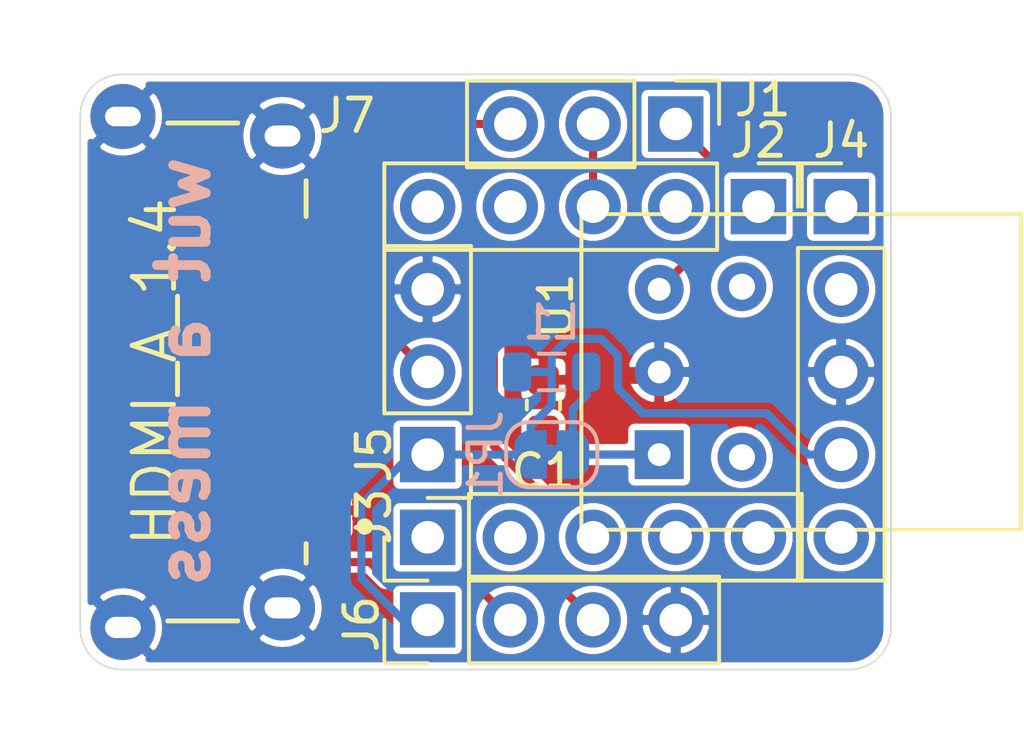
<source format=kicad_pcb>
(kicad_pcb (version 20171130) (host pcbnew 5.1.8)

  (general
    (thickness 1.6)
    (drawings 9)
    (tracks 59)
    (zones 0)
    (modules 11)
    (nets 32)
  )

  (page A4)
  (layers
    (0 F.Cu signal)
    (31 B.Cu signal)
    (32 B.Adhes user)
    (33 F.Adhes user)
    (34 B.Paste user)
    (35 F.Paste user)
    (36 B.SilkS user)
    (37 F.SilkS user)
    (38 B.Mask user)
    (39 F.Mask user)
    (40 Dwgs.User user)
    (41 Cmts.User user)
    (42 Eco1.User user)
    (43 Eco2.User user)
    (44 Edge.Cuts user)
    (45 Margin user)
    (46 B.CrtYd user)
    (47 F.CrtYd user)
    (48 B.Fab user hide)
    (49 F.Fab user hide)
  )

  (setup
    (last_trace_width 0.25)
    (trace_clearance 0.2)
    (zone_clearance 0.2)
    (zone_45_only no)
    (trace_min 0.2)
    (via_size 0.8)
    (via_drill 0.4)
    (via_min_size 0.4)
    (via_min_drill 0.3)
    (uvia_size 0.3)
    (uvia_drill 0.1)
    (uvias_allowed no)
    (uvia_min_size 0.2)
    (uvia_min_drill 0.1)
    (edge_width 0.05)
    (segment_width 0.2)
    (pcb_text_width 0.3)
    (pcb_text_size 1.5 1.5)
    (mod_edge_width 0.12)
    (mod_text_size 1 1)
    (mod_text_width 0.15)
    (pad_size 1.524 1.524)
    (pad_drill 0.762)
    (pad_to_mask_clearance 0)
    (aux_axis_origin 0 0)
    (visible_elements FFFDFF7F)
    (pcbplotparams
      (layerselection 0x010f0_ffffffff)
      (usegerberextensions false)
      (usegerberattributes true)
      (usegerberadvancedattributes true)
      (creategerberjobfile true)
      (excludeedgelayer true)
      (linewidth 0.100000)
      (plotframeref false)
      (viasonmask false)
      (mode 1)
      (useauxorigin false)
      (hpglpennumber 1)
      (hpglpenspeed 20)
      (hpglpendiameter 15.000000)
      (psnegative false)
      (psa4output false)
      (plotreference true)
      (plotvalue true)
      (plotinvisibletext false)
      (padsonsilk false)
      (subtractmaskfromsilk true)
      (outputformat 1)
      (mirror false)
      (drillshape 0)
      (scaleselection 1)
      (outputdirectory "gerbers"))
  )

  (net 0 "")
  (net 1 GND)
  (net 2 "Net-(C1-Pad1)")
  (net 3 /ARC)
  (net 4 /SPDIF_IN)
  (net 5 /TOSLINK_RX)
  (net 6 /DIO17)
  (net 7 /DIO16)
  (net 8 /DIO14)
  (net 9 /DIO13)
  (net 10 /DIO12)
  (net 11 /DIO11)
  (net 12 /DIO10)
  (net 13 /DIO9)
  (net 14 /DIO8)
  (net 15 /VBat)
  (net 16 +3V3)
  (net 17 /Program)
  (net 18 /OnOff)
  (net 19 /CEC)
  (net 20 /HPD)
  (net 21 "Net-(J7-Pad1)")
  (net 22 "Net-(J7-Pad3)")
  (net 23 "Net-(J7-Pad4)")
  (net 24 "Net-(J7-Pad6)")
  (net 25 "Net-(J7-Pad7)")
  (net 26 "Net-(J7-Pad9)")
  (net 27 "Net-(J7-Pad10)")
  (net 28 "Net-(J7-Pad12)")
  (net 29 "Net-(J7-Pad15)")
  (net 30 "Net-(J7-Pad16)")
  (net 31 +5V)

  (net_class Default "This is the default net class."
    (clearance 0.2)
    (trace_width 0.25)
    (via_dia 0.8)
    (via_drill 0.4)
    (uvia_dia 0.3)
    (uvia_drill 0.1)
    (add_net +3V3)
    (add_net +5V)
    (add_net /ARC)
    (add_net /CEC)
    (add_net /DIO10)
    (add_net /DIO11)
    (add_net /DIO12)
    (add_net /DIO13)
    (add_net /DIO14)
    (add_net /DIO16)
    (add_net /DIO17)
    (add_net /DIO8)
    (add_net /DIO9)
    (add_net /HPD)
    (add_net /OnOff)
    (add_net /Program)
    (add_net /SPDIF_IN)
    (add_net /TOSLINK_RX)
    (add_net /VBat)
    (add_net GND)
    (add_net "Net-(C1-Pad1)")
    (add_net "Net-(J7-Pad1)")
    (add_net "Net-(J7-Pad10)")
    (add_net "Net-(J7-Pad12)")
    (add_net "Net-(J7-Pad15)")
    (add_net "Net-(J7-Pad16)")
    (add_net "Net-(J7-Pad3)")
    (add_net "Net-(J7-Pad4)")
    (add_net "Net-(J7-Pad6)")
    (add_net "Net-(J7-Pad7)")
    (add_net "Net-(J7-Pad9)")
  )

  (module teensy-toslink-receiver:Amphenol_ICC-10029449-001RLF-MFG (layer F.Cu) (tedit 5FC1C608) (tstamp 5FB27026)
    (at 136.398 73.66 270)
    (path /5FB1FA43)
    (fp_text reference J7 (at -7.874 -6.858) (layer F.SilkS)
      (effects (font (size 1 1) (thickness 0.15)) (justify right))
    )
    (fp_text value HDMI_A_1.4 (at 0 0 90) (layer F.SilkS)
      (effects (font (size 1.27 1.27) (thickness 0.15)))
    )
    (fp_line (start -8.95 3.575) (end 8.95 3.575) (layer F.Fab) (width 0.15))
    (fp_circle (center 4.75 -6.45) (end 4.875 -6.45) (layer F.SilkS) (width 0.25))
    (fp_line (start -7.65 -0.4) (end -7.65 -2.55) (layer F.SilkS) (width 0.15))
    (fp_line (start 7.65 -0.4) (end 7.65 -2.55) (layer F.SilkS) (width 0.15))
    (fp_line (start 5.275 -4.65) (end 5.875 -4.65) (layer F.SilkS) (width 0.15))
    (fp_line (start -5.875 -4.65) (end -4.775 -4.65) (layer F.SilkS) (width 0.15))
    (fp_line (start 8.875 4.675) (end 8.875 -5.9) (layer F.CrtYd) (width 0.15))
    (fp_line (start -8.874998 4.675) (end 8.875 4.675) (layer F.CrtYd) (width 0.15))
    (fp_line (start -8.874998 -5.9) (end -8.874998 4.675) (layer F.CrtYd) (width 0.15))
    (fp_line (start 8.875 -5.9) (end -8.874998 -5.9) (layer F.CrtYd) (width 0.15))
    (fp_line (start 8.875 -5.9) (end 8.875 -5.9) (layer F.CrtYd) (width 0.15))
    (fp_line (start 7.5 4.65) (end -7.5 4.65) (layer F.Fab) (width 0.15))
    (fp_line (start 7.5 -4.65) (end 7.5 4.65) (layer F.Fab) (width 0.15))
    (fp_line (start -7.5 -4.65) (end 7.5 -4.65) (layer F.Fab) (width 0.15))
    (fp_line (start -7.5 4.65) (end -7.5 -4.65) (layer F.Fab) (width 0.15))
    (pad M3 thru_hole circle (at -7.85 0.975 270) (size 2 2) (drill oval 0.6 1.1) (layers *.Cu *.Mask)
      (net 1 GND))
    (pad M4 thru_hole circle (at 7.85 0.975 270) (size 2 2) (drill oval 0.65 1.1) (layers *.Cu *.Mask)
      (net 1 GND))
    (pad M1 thru_hole circle (at -7.25 -3.925 270) (size 2 2) (drill oval 0.65 1.1) (layers *.Cu *.Mask)
      (net 1 GND))
    (pad M2 thru_hole circle (at 7.25 -3.925 270) (size 2 2) (drill oval 0.65 1.1) (layers *.Cu *.Mask)
      (net 1 GND))
    (pad 1 smd rect (at 4.75 -4.925 270) (size 0.3 1.9) (layers F.Cu F.Paste F.Mask)
      (net 21 "Net-(J7-Pad1)"))
    (pad 2 smd rect (at 4.25 -4.925 270) (size 0.3 1.9) (layers F.Cu F.Paste F.Mask)
      (net 1 GND))
    (pad 3 smd rect (at 3.75 -4.925 270) (size 0.3 1.9) (layers F.Cu F.Paste F.Mask)
      (net 22 "Net-(J7-Pad3)"))
    (pad 4 smd rect (at 3.25 -4.925 270) (size 0.3 1.9) (layers F.Cu F.Paste F.Mask)
      (net 23 "Net-(J7-Pad4)"))
    (pad 5 smd rect (at 2.75 -4.925 270) (size 0.3 1.9) (layers F.Cu F.Paste F.Mask)
      (net 1 GND))
    (pad 6 smd rect (at 2.25 -4.925 270) (size 0.3 1.9) (layers F.Cu F.Paste F.Mask)
      (net 24 "Net-(J7-Pad6)"))
    (pad 7 smd rect (at 1.75 -4.925 270) (size 0.3 1.9) (layers F.Cu F.Paste F.Mask)
      (net 25 "Net-(J7-Pad7)"))
    (pad 8 smd rect (at 1.25 -4.925 270) (size 0.3 1.9) (layers F.Cu F.Paste F.Mask)
      (net 1 GND))
    (pad 9 smd rect (at 0.75 -4.925 270) (size 0.3 1.9) (layers F.Cu F.Paste F.Mask)
      (net 26 "Net-(J7-Pad9)"))
    (pad 10 smd rect (at 0.25 -4.925 270) (size 0.3 1.9) (layers F.Cu F.Paste F.Mask)
      (net 27 "Net-(J7-Pad10)"))
    (pad 11 smd rect (at -0.25 -4.925 270) (size 0.3 1.9) (layers F.Cu F.Paste F.Mask)
      (net 1 GND))
    (pad 12 smd rect (at -0.75 -4.925 270) (size 0.3 1.9) (layers F.Cu F.Paste F.Mask)
      (net 28 "Net-(J7-Pad12)"))
    (pad 13 smd rect (at -1.25 -4.925 270) (size 0.3 1.9) (layers F.Cu F.Paste F.Mask)
      (net 19 /CEC))
    (pad 14 smd rect (at -1.75 -4.925 270) (size 0.3 1.9) (layers F.Cu F.Paste F.Mask)
      (net 3 /ARC))
    (pad 15 smd rect (at -2.25 -4.925 270) (size 0.3 1.9) (layers F.Cu F.Paste F.Mask)
      (net 29 "Net-(J7-Pad15)"))
    (pad 16 smd rect (at -2.75 -4.925 270) (size 0.3 1.9) (layers F.Cu F.Paste F.Mask)
      (net 30 "Net-(J7-Pad16)"))
    (pad 17 smd rect (at -3.25 -4.925 270) (size 0.3 1.9) (layers F.Cu F.Paste F.Mask)
      (net 1 GND))
    (pad 18 smd rect (at -3.75 -4.925 270) (size 0.3 1.9) (layers F.Cu F.Paste F.Mask)
      (net 31 +5V))
    (pad 19 smd rect (at -4.25 -4.925 270) (size 0.3 1.9) (layers F.Cu F.Paste F.Mask)
      (net 20 /HPD))
    (model eec.models/Amphenol_ICC_-_10029449-001RLF.step
      (at (xyz 0 0 0))
      (scale (xyz 1 1 1))
      (rotate (xyz 0 0 0))
    )
  )

  (module teensy-toslink-receiver:Everlight_PLR135-T10 (layer F.Cu) (tedit 5FC1C4B2) (tstamp 5FB27118)
    (at 151.892 73.66 270)
    (descr "Fiberoptic Reciver, RX, Everlight")
    (tags "Fiberoptic Reciver RX Toslink, Replaces TORX170 TORX173 TORX193 TORX194")
    (path /5FB1F341)
    (fp_text reference U1 (at -2.032 3.175 90) (layer F.SilkS)
      (effects (font (size 1 1) (thickness 0.15)))
    )
    (fp_text value PLR135-T10 (at 0 -5.1 90) (layer F.Fab)
      (effects (font (size 1 1) (thickness 0.15)))
    )
    (fp_text user %R (at 0 -2.159 90) (layer F.Fab)
      (effects (font (size 1 1) (thickness 0.15)))
    )
    (fp_line (start 5 2.5) (end -5 2.5) (layer F.CrtYd) (width 0.05))
    (fp_line (start 5 2.5) (end 5 -11.2) (layer F.CrtYd) (width 0.05))
    (fp_line (start -5 -11.2) (end -5 2.5) (layer F.CrtYd) (width 0.05))
    (fp_line (start -5 -11.2) (end 5 -11.2) (layer F.CrtYd) (width 0.05))
    (fp_line (start -4.85 2.39) (end 4.85 2.39) (layer F.SilkS) (width 0.12))
    (fp_line (start 4.85 -11.11) (end -4.85 -11.11) (layer F.SilkS) (width 0.12))
    (fp_line (start 4.85 2.39) (end 4.85 -11.11) (layer F.SilkS) (width 0.12))
    (fp_line (start -4.85 2.39) (end -4.85 -11.11) (layer F.SilkS) (width 0.12))
    (pad 1 thru_hole rect (at 2.54 0 270) (size 1.5 1.5) (drill 0.7) (layers *.Cu *.Mask)
      (net 2 "Net-(C1-Pad1)"))
    (pad 2 thru_hole oval (at 0 0 270) (size 1.5 1.5) (drill 0.7) (layers *.Cu *.Mask)
      (net 1 GND))
    (pad 3 thru_hole oval (at -2.54 0 270) (size 1.5 1.5) (drill 0.7) (layers *.Cu *.Mask)
      (net 5 /TOSLINK_RX))
    (pad 4 thru_hole circle (at 2.62 -2.54 270) (size 1.5 1.5) (drill 0.8) (layers *.Cu *.Mask))
    (pad 5 thru_hole circle (at -2.62 -2.54 270) (size 1.5 1.5) (drill 0.8) (layers *.Cu *.Mask))
    (model ${KISYS3DMOD}/OptoDevice.3dshapes/Toshiba_TORX170_TORX173_TORX193_TORX194.wrl
      (at (xyz 0 0 0))
      (scale (xyz 1 1 1))
      (rotate (xyz 0 0 0))
    )
  )

  (module Inductor_SMD:L_0805_2012Metric (layer B.Cu) (tedit 5F68FEF0) (tstamp 5FB26107)
    (at 148.59 73.66)
    (descr "Inductor SMD 0805 (2012 Metric), square (rectangular) end terminal, IPC_7351 nominal, (Body size source: IPC-SM-782 page 80, https://www.pcb-3d.com/wordpress/wp-content/uploads/ipc-sm-782a_amendment_1_and_2.pdf), generated with kicad-footprint-generator")
    (tags inductor)
    (path /5FB21D6C)
    (attr smd)
    (fp_text reference L1 (at 0 -1.524) (layer B.SilkS)
      (effects (font (size 1 1) (thickness 0.15)) (justify mirror))
    )
    (fp_text value 47uH (at 0 -1.55) (layer B.Fab)
      (effects (font (size 1 1) (thickness 0.15)) (justify mirror))
    )
    (fp_line (start 1.75 -0.85) (end -1.75 -0.85) (layer B.CrtYd) (width 0.05))
    (fp_line (start 1.75 0.85) (end 1.75 -0.85) (layer B.CrtYd) (width 0.05))
    (fp_line (start -1.75 0.85) (end 1.75 0.85) (layer B.CrtYd) (width 0.05))
    (fp_line (start -1.75 -0.85) (end -1.75 0.85) (layer B.CrtYd) (width 0.05))
    (fp_line (start -0.399622 -0.56) (end 0.399622 -0.56) (layer B.SilkS) (width 0.12))
    (fp_line (start -0.399622 0.56) (end 0.399622 0.56) (layer B.SilkS) (width 0.12))
    (fp_line (start 1 -0.45) (end -1 -0.45) (layer B.Fab) (width 0.1))
    (fp_line (start 1 0.45) (end 1 -0.45) (layer B.Fab) (width 0.1))
    (fp_line (start -1 0.45) (end 1 0.45) (layer B.Fab) (width 0.1))
    (fp_line (start -1 -0.45) (end -1 0.45) (layer B.Fab) (width 0.1))
    (fp_text user %R (at 0 0) (layer B.Fab)
      (effects (font (size 0.5 0.5) (thickness 0.08)) (justify mirror))
    )
    (pad 2 smd roundrect (at 1.0625 0) (size 0.875 1.2) (layers B.Cu B.Paste B.Mask) (roundrect_rratio 0.25)
      (net 2 "Net-(C1-Pad1)"))
    (pad 1 smd roundrect (at -1.0625 0) (size 0.875 1.2) (layers B.Cu B.Paste B.Mask) (roundrect_rratio 0.25)
      (net 16 +3V3))
    (model ${KISYS3DMOD}/Inductor_SMD.3dshapes/L_0805_2012Metric.wrl
      (at (xyz 0 0 0))
      (scale (xyz 1 1 1))
      (rotate (xyz 0 0 0))
    )
  )

  (module Jumper:SolderJumper-2_P1.3mm_Bridged_RoundedPad1.0x1.5mm (layer B.Cu) (tedit 5C745284) (tstamp 5FB260F6)
    (at 148.59 76.2 180)
    (descr "SMD Solder Jumper, 1x1.5mm, rounded Pads, 0.3mm gap, bridged with 1 copper strip")
    (tags "solder jumper open")
    (path /5FB24EA3)
    (attr virtual)
    (fp_text reference JP1 (at 2.032 0 90) (layer B.SilkS)
      (effects (font (size 1 1) (thickness 0.15)) (justify mirror))
    )
    (fp_text value Jumper_NC_Small (at 0 -1.9) (layer B.Fab)
      (effects (font (size 1 1) (thickness 0.15)) (justify mirror))
    )
    (fp_poly (pts (xy 0.25 0.3) (xy -0.25 0.3) (xy -0.25 -0.3) (xy 0.25 -0.3)) (layer B.Cu) (width 0))
    (fp_line (start 1.65 -1.25) (end -1.65 -1.25) (layer B.CrtYd) (width 0.05))
    (fp_line (start 1.65 -1.25) (end 1.65 1.25) (layer B.CrtYd) (width 0.05))
    (fp_line (start -1.65 1.25) (end -1.65 -1.25) (layer B.CrtYd) (width 0.05))
    (fp_line (start -1.65 1.25) (end 1.65 1.25) (layer B.CrtYd) (width 0.05))
    (fp_line (start -0.7 1) (end 0.7 1) (layer B.SilkS) (width 0.12))
    (fp_line (start 1.4 0.3) (end 1.4 -0.3) (layer B.SilkS) (width 0.12))
    (fp_line (start 0.7 -1) (end -0.7 -1) (layer B.SilkS) (width 0.12))
    (fp_line (start -1.4 -0.3) (end -1.4 0.3) (layer B.SilkS) (width 0.12))
    (fp_arc (start -0.7 0.3) (end -0.7 1) (angle 90) (layer B.SilkS) (width 0.12))
    (fp_arc (start -0.7 -0.3) (end -1.4 -0.3) (angle 90) (layer B.SilkS) (width 0.12))
    (fp_arc (start 0.7 -0.3) (end 0.7 -1) (angle 90) (layer B.SilkS) (width 0.12))
    (fp_arc (start 0.7 0.3) (end 1.4 0.3) (angle 90) (layer B.SilkS) (width 0.12))
    (pad 1 smd custom (at -0.65 0 180) (size 1 0.5) (layers B.Cu B.Mask)
      (net 2 "Net-(C1-Pad1)") (zone_connect 2)
      (options (clearance outline) (anchor rect))
      (primitives
        (gr_circle (center 0 -0.25) (end 0.5 -0.25) (width 0))
        (gr_circle (center 0 0.25) (end 0.5 0.25) (width 0))
        (gr_poly (pts
           (xy 0 0.75) (xy 0.5 0.75) (xy 0.5 -0.75) (xy 0 -0.75)) (width 0))
      ))
    (pad 2 smd custom (at 0.65 0 180) (size 1 0.5) (layers B.Cu B.Mask)
      (net 16 +3V3) (zone_connect 2)
      (options (clearance outline) (anchor rect))
      (primitives
        (gr_circle (center 0 -0.25) (end 0.5 -0.25) (width 0))
        (gr_circle (center 0 0.25) (end 0.5 0.25) (width 0))
        (gr_poly (pts
           (xy 0 0.75) (xy -0.5 0.75) (xy -0.5 -0.75) (xy 0 -0.75)) (width 0))
      ))
  )

  (module Connector_PinHeader_2.54mm:PinHeader_1x04_P2.54mm_Vertical (layer F.Cu) (tedit 59FED5CC) (tstamp 5FB260B9)
    (at 144.78 81.28 90)
    (descr "Through hole straight pin header, 1x04, 2.54mm pitch, single row")
    (tags "Through hole pin header THT 1x04 2.54mm single row")
    (path /5FB20587)
    (fp_text reference J6 (at -0.127 -2.032 90) (layer F.SilkS)
      (effects (font (size 1 1) (thickness 0.15)))
    )
    (fp_text value Conn_01x04 (at 0 9.95 90) (layer F.Fab)
      (effects (font (size 1 1) (thickness 0.15)))
    )
    (fp_line (start 1.8 -1.8) (end -1.8 -1.8) (layer F.CrtYd) (width 0.05))
    (fp_line (start 1.8 9.4) (end 1.8 -1.8) (layer F.CrtYd) (width 0.05))
    (fp_line (start -1.8 9.4) (end 1.8 9.4) (layer F.CrtYd) (width 0.05))
    (fp_line (start -1.8 -1.8) (end -1.8 9.4) (layer F.CrtYd) (width 0.05))
    (fp_line (start -1.33 -1.33) (end 0 -1.33) (layer F.SilkS) (width 0.12))
    (fp_line (start -1.33 0) (end -1.33 -1.33) (layer F.SilkS) (width 0.12))
    (fp_line (start -1.33 1.27) (end 1.33 1.27) (layer F.SilkS) (width 0.12))
    (fp_line (start 1.33 1.27) (end 1.33 8.95) (layer F.SilkS) (width 0.12))
    (fp_line (start -1.33 1.27) (end -1.33 8.95) (layer F.SilkS) (width 0.12))
    (fp_line (start -1.33 8.95) (end 1.33 8.95) (layer F.SilkS) (width 0.12))
    (fp_line (start -1.27 -0.635) (end -0.635 -1.27) (layer F.Fab) (width 0.1))
    (fp_line (start -1.27 8.89) (end -1.27 -0.635) (layer F.Fab) (width 0.1))
    (fp_line (start 1.27 8.89) (end -1.27 8.89) (layer F.Fab) (width 0.1))
    (fp_line (start 1.27 -1.27) (end 1.27 8.89) (layer F.Fab) (width 0.1))
    (fp_line (start -0.635 -1.27) (end 1.27 -1.27) (layer F.Fab) (width 0.1))
    (fp_text user %R (at 0 3.81) (layer F.Fab)
      (effects (font (size 1 1) (thickness 0.15)))
    )
    (pad 4 thru_hole oval (at 0 7.62 90) (size 1.7 1.7) (drill 1) (layers *.Cu *.Mask)
      (net 1 GND))
    (pad 3 thru_hole oval (at 0 5.08 90) (size 1.7 1.7) (drill 1) (layers *.Cu *.Mask)
      (net 20 /HPD))
    (pad 2 thru_hole oval (at 0 2.54 90) (size 1.7 1.7) (drill 1) (layers *.Cu *.Mask)
      (net 3 /ARC))
    (pad 1 thru_hole rect (at 0 0 90) (size 1.7 1.7) (drill 1) (layers *.Cu *.Mask)
      (net 16 +3V3))
    (model ${KISYS3DMOD}/Connector_PinHeader_2.54mm.3dshapes/PinHeader_1x04_P2.54mm_Vertical.wrl
      (at (xyz 0 0 0))
      (scale (xyz 1 1 1))
      (rotate (xyz 0 0 0))
    )
  )

  (module Connector_PinHeader_2.54mm:PinHeader_1x03_P2.54mm_Vertical (layer F.Cu) (tedit 59FED5CC) (tstamp 5FB260A1)
    (at 144.78 76.2 180)
    (descr "Through hole straight pin header, 1x03, 2.54mm pitch, single row")
    (tags "Through hole pin header THT 1x03 2.54mm single row")
    (path /5FB690E1)
    (fp_text reference J5 (at 1.651 0 90) (layer F.SilkS)
      (effects (font (size 1 1) (thickness 0.15)))
    )
    (fp_text value Conn_01x03 (at 0 7.41) (layer F.Fab)
      (effects (font (size 1 1) (thickness 0.15)))
    )
    (fp_line (start 1.8 -1.8) (end -1.8 -1.8) (layer F.CrtYd) (width 0.05))
    (fp_line (start 1.8 6.85) (end 1.8 -1.8) (layer F.CrtYd) (width 0.05))
    (fp_line (start -1.8 6.85) (end 1.8 6.85) (layer F.CrtYd) (width 0.05))
    (fp_line (start -1.8 -1.8) (end -1.8 6.85) (layer F.CrtYd) (width 0.05))
    (fp_line (start -1.33 -1.33) (end 0 -1.33) (layer F.SilkS) (width 0.12))
    (fp_line (start -1.33 0) (end -1.33 -1.33) (layer F.SilkS) (width 0.12))
    (fp_line (start -1.33 1.27) (end 1.33 1.27) (layer F.SilkS) (width 0.12))
    (fp_line (start 1.33 1.27) (end 1.33 6.41) (layer F.SilkS) (width 0.12))
    (fp_line (start -1.33 1.27) (end -1.33 6.41) (layer F.SilkS) (width 0.12))
    (fp_line (start -1.33 6.41) (end 1.33 6.41) (layer F.SilkS) (width 0.12))
    (fp_line (start -1.27 -0.635) (end -0.635 -1.27) (layer F.Fab) (width 0.1))
    (fp_line (start -1.27 6.35) (end -1.27 -0.635) (layer F.Fab) (width 0.1))
    (fp_line (start 1.27 6.35) (end -1.27 6.35) (layer F.Fab) (width 0.1))
    (fp_line (start 1.27 -1.27) (end 1.27 6.35) (layer F.Fab) (width 0.1))
    (fp_line (start -0.635 -1.27) (end 1.27 -1.27) (layer F.Fab) (width 0.1))
    (fp_text user %R (at 0 2.54 90) (layer F.Fab)
      (effects (font (size 1 1) (thickness 0.15)))
    )
    (pad 3 thru_hole oval (at 0 5.08 180) (size 1.7 1.7) (drill 1) (layers *.Cu *.Mask)
      (net 1 GND))
    (pad 2 thru_hole oval (at 0 2.54 180) (size 1.7 1.7) (drill 1) (layers *.Cu *.Mask)
      (net 19 /CEC))
    (pad 1 thru_hole rect (at 0 0 180) (size 1.7 1.7) (drill 1) (layers *.Cu *.Mask)
      (net 16 +3V3))
    (model ${KISYS3DMOD}/Connector_PinHeader_2.54mm.3dshapes/PinHeader_1x03_P2.54mm_Vertical.wrl
      (at (xyz 0 0 0))
      (scale (xyz 1 1 1))
      (rotate (xyz 0 0 0))
    )
  )

  (module Connector_PinHeader_2.54mm:PinHeader_1x05_P2.54mm_Vertical (layer F.Cu) (tedit 59FED5CC) (tstamp 5FB2608A)
    (at 157.48 68.58)
    (descr "Through hole straight pin header, 1x05, 2.54mm pitch, single row")
    (tags "Through hole pin header THT 1x05 2.54mm single row")
    (path /5FB46955)
    (fp_text reference J4 (at 0 -2.032) (layer F.SilkS)
      (effects (font (size 1 1) (thickness 0.15)))
    )
    (fp_text value Conn_01x05 (at 0 12.49) (layer F.Fab)
      (effects (font (size 1 1) (thickness 0.15)))
    )
    (fp_line (start 1.8 -1.8) (end -1.8 -1.8) (layer F.CrtYd) (width 0.05))
    (fp_line (start 1.8 11.95) (end 1.8 -1.8) (layer F.CrtYd) (width 0.05))
    (fp_line (start -1.8 11.95) (end 1.8 11.95) (layer F.CrtYd) (width 0.05))
    (fp_line (start -1.8 -1.8) (end -1.8 11.95) (layer F.CrtYd) (width 0.05))
    (fp_line (start -1.33 -1.33) (end 0 -1.33) (layer F.SilkS) (width 0.12))
    (fp_line (start -1.33 0) (end -1.33 -1.33) (layer F.SilkS) (width 0.12))
    (fp_line (start -1.33 1.27) (end 1.33 1.27) (layer F.SilkS) (width 0.12))
    (fp_line (start 1.33 1.27) (end 1.33 11.49) (layer F.SilkS) (width 0.12))
    (fp_line (start -1.33 1.27) (end -1.33 11.49) (layer F.SilkS) (width 0.12))
    (fp_line (start -1.33 11.49) (end 1.33 11.49) (layer F.SilkS) (width 0.12))
    (fp_line (start -1.27 -0.635) (end -0.635 -1.27) (layer F.Fab) (width 0.1))
    (fp_line (start -1.27 11.43) (end -1.27 -0.635) (layer F.Fab) (width 0.1))
    (fp_line (start 1.27 11.43) (end -1.27 11.43) (layer F.Fab) (width 0.1))
    (fp_line (start 1.27 -1.27) (end 1.27 11.43) (layer F.Fab) (width 0.1))
    (fp_line (start -0.635 -1.27) (end 1.27 -1.27) (layer F.Fab) (width 0.1))
    (fp_text user %R (at 0 5.08 90) (layer F.Fab)
      (effects (font (size 1 1) (thickness 0.15)))
    )
    (pad 5 thru_hole oval (at 0 10.16) (size 1.7 1.7) (drill 1) (layers *.Cu *.Mask)
      (net 15 /VBat))
    (pad 4 thru_hole oval (at 0 7.62) (size 1.7 1.7) (drill 1) (layers *.Cu *.Mask)
      (net 16 +3V3))
    (pad 3 thru_hole oval (at 0 5.08) (size 1.7 1.7) (drill 1) (layers *.Cu *.Mask)
      (net 1 GND))
    (pad 2 thru_hole oval (at 0 2.54) (size 1.7 1.7) (drill 1) (layers *.Cu *.Mask)
      (net 17 /Program))
    (pad 1 thru_hole rect (at 0 0) (size 1.7 1.7) (drill 1) (layers *.Cu *.Mask)
      (net 18 /OnOff))
    (model ${KISYS3DMOD}/Connector_PinHeader_2.54mm.3dshapes/PinHeader_1x05_P2.54mm_Vertical.wrl
      (at (xyz 0 0 0))
      (scale (xyz 1 1 1))
      (rotate (xyz 0 0 0))
    )
  )

  (module Connector_PinHeader_2.54mm:PinHeader_1x05_P2.54mm_Vertical (layer F.Cu) (tedit 59FED5CC) (tstamp 5FB26071)
    (at 144.78 78.74 90)
    (descr "Through hole straight pin header, 1x05, 2.54mm pitch, single row")
    (tags "Through hole pin header THT 1x05 2.54mm single row")
    (path /5FB477D8)
    (fp_text reference J3 (at 0.635 -1.651 90) (layer F.SilkS)
      (effects (font (size 1 1) (thickness 0.15)))
    )
    (fp_text value Conn_01x05 (at 0 12.49 90) (layer F.Fab)
      (effects (font (size 1 1) (thickness 0.15)))
    )
    (fp_line (start 1.8 -1.8) (end -1.8 -1.8) (layer F.CrtYd) (width 0.05))
    (fp_line (start 1.8 11.95) (end 1.8 -1.8) (layer F.CrtYd) (width 0.05))
    (fp_line (start -1.8 11.95) (end 1.8 11.95) (layer F.CrtYd) (width 0.05))
    (fp_line (start -1.8 -1.8) (end -1.8 11.95) (layer F.CrtYd) (width 0.05))
    (fp_line (start -1.33 -1.33) (end 0 -1.33) (layer F.SilkS) (width 0.12))
    (fp_line (start -1.33 0) (end -1.33 -1.33) (layer F.SilkS) (width 0.12))
    (fp_line (start -1.33 1.27) (end 1.33 1.27) (layer F.SilkS) (width 0.12))
    (fp_line (start 1.33 1.27) (end 1.33 11.49) (layer F.SilkS) (width 0.12))
    (fp_line (start -1.33 1.27) (end -1.33 11.49) (layer F.SilkS) (width 0.12))
    (fp_line (start -1.33 11.49) (end 1.33 11.49) (layer F.SilkS) (width 0.12))
    (fp_line (start -1.27 -0.635) (end -0.635 -1.27) (layer F.Fab) (width 0.1))
    (fp_line (start -1.27 11.43) (end -1.27 -0.635) (layer F.Fab) (width 0.1))
    (fp_line (start 1.27 11.43) (end -1.27 11.43) (layer F.Fab) (width 0.1))
    (fp_line (start 1.27 -1.27) (end 1.27 11.43) (layer F.Fab) (width 0.1))
    (fp_line (start -0.635 -1.27) (end 1.27 -1.27) (layer F.Fab) (width 0.1))
    (fp_text user %R (at 0 5.08) (layer F.Fab)
      (effects (font (size 1 1) (thickness 0.15)))
    )
    (pad 5 thru_hole oval (at 0 10.16 90) (size 1.7 1.7) (drill 1) (layers *.Cu *.Mask)
      (net 10 /DIO12))
    (pad 4 thru_hole oval (at 0 7.62 90) (size 1.7 1.7) (drill 1) (layers *.Cu *.Mask)
      (net 11 /DIO11))
    (pad 3 thru_hole oval (at 0 5.08 90) (size 1.7 1.7) (drill 1) (layers *.Cu *.Mask)
      (net 12 /DIO10))
    (pad 2 thru_hole oval (at 0 2.54 90) (size 1.7 1.7) (drill 1) (layers *.Cu *.Mask)
      (net 13 /DIO9))
    (pad 1 thru_hole rect (at 0 0 90) (size 1.7 1.7) (drill 1) (layers *.Cu *.Mask)
      (net 14 /DIO8))
    (model ${KISYS3DMOD}/Connector_PinHeader_2.54mm.3dshapes/PinHeader_1x05_P2.54mm_Vertical.wrl
      (at (xyz 0 0 0))
      (scale (xyz 1 1 1))
      (rotate (xyz 0 0 0))
    )
  )

  (module Connector_PinHeader_2.54mm:PinHeader_1x05_P2.54mm_Vertical (layer F.Cu) (tedit 59FED5CC) (tstamp 5FB26D7D)
    (at 154.94 68.58 270)
    (descr "Through hole straight pin header, 1x05, 2.54mm pitch, single row")
    (tags "Through hole pin header THT 1x05 2.54mm single row")
    (path /5FB4732D)
    (fp_text reference J2 (at -2.032 0 180) (layer F.SilkS)
      (effects (font (size 1 1) (thickness 0.15)))
    )
    (fp_text value Conn_01x05 (at 0 12.49 90) (layer F.Fab)
      (effects (font (size 1 1) (thickness 0.15)))
    )
    (fp_line (start 1.8 -1.8) (end -1.8 -1.8) (layer F.CrtYd) (width 0.05))
    (fp_line (start 1.8 11.95) (end 1.8 -1.8) (layer F.CrtYd) (width 0.05))
    (fp_line (start -1.8 11.95) (end 1.8 11.95) (layer F.CrtYd) (width 0.05))
    (fp_line (start -1.8 -1.8) (end -1.8 11.95) (layer F.CrtYd) (width 0.05))
    (fp_line (start -1.33 -1.33) (end 0 -1.33) (layer F.SilkS) (width 0.12))
    (fp_line (start -1.33 0) (end -1.33 -1.33) (layer F.SilkS) (width 0.12))
    (fp_line (start -1.33 1.27) (end 1.33 1.27) (layer F.SilkS) (width 0.12))
    (fp_line (start 1.33 1.27) (end 1.33 11.49) (layer F.SilkS) (width 0.12))
    (fp_line (start -1.33 1.27) (end -1.33 11.49) (layer F.SilkS) (width 0.12))
    (fp_line (start -1.33 11.49) (end 1.33 11.49) (layer F.SilkS) (width 0.12))
    (fp_line (start -1.27 -0.635) (end -0.635 -1.27) (layer F.Fab) (width 0.1))
    (fp_line (start -1.27 11.43) (end -1.27 -0.635) (layer F.Fab) (width 0.1))
    (fp_line (start 1.27 11.43) (end -1.27 11.43) (layer F.Fab) (width 0.1))
    (fp_line (start 1.27 -1.27) (end 1.27 11.43) (layer F.Fab) (width 0.1))
    (fp_line (start -0.635 -1.27) (end 1.27 -1.27) (layer F.Fab) (width 0.1))
    (fp_text user %R (at 0 5.08) (layer F.Fab)
      (effects (font (size 1 1) (thickness 0.15)))
    )
    (pad 5 thru_hole oval (at 0 10.16 270) (size 1.7 1.7) (drill 1) (layers *.Cu *.Mask)
      (net 6 /DIO17))
    (pad 4 thru_hole oval (at 0 7.62 270) (size 1.7 1.7) (drill 1) (layers *.Cu *.Mask)
      (net 7 /DIO16))
    (pad 3 thru_hole oval (at 0 5.08 270) (size 1.7 1.7) (drill 1) (layers *.Cu *.Mask)
      (net 4 /SPDIF_IN))
    (pad 2 thru_hole oval (at 0 2.54 270) (size 1.7 1.7) (drill 1) (layers *.Cu *.Mask)
      (net 8 /DIO14))
    (pad 1 thru_hole rect (at 0 0 270) (size 1.7 1.7) (drill 1) (layers *.Cu *.Mask)
      (net 9 /DIO13))
    (model ${KISYS3DMOD}/Connector_PinHeader_2.54mm.3dshapes/PinHeader_1x05_P2.54mm_Vertical.wrl
      (at (xyz 0 0 0))
      (scale (xyz 1 1 1))
      (rotate (xyz 0 0 0))
    )
  )

  (module Connector_PinHeader_2.54mm:PinHeader_1x03_P2.54mm_Vertical (layer F.Cu) (tedit 59FED5CC) (tstamp 5FB26A95)
    (at 152.4 66.04 270)
    (descr "Through hole straight pin header, 1x03, 2.54mm pitch, single row")
    (tags "Through hole pin header THT 1x03 2.54mm single row")
    (path /5FB35B53)
    (fp_text reference J1 (at -0.762 -2.667 180) (layer F.SilkS)
      (effects (font (size 1 1) (thickness 0.15)))
    )
    (fp_text value Conn_01x03 (at 0 7.41 90) (layer F.Fab)
      (effects (font (size 1 1) (thickness 0.15)))
    )
    (fp_line (start 1.8 -1.8) (end -1.8 -1.8) (layer F.CrtYd) (width 0.05))
    (fp_line (start 1.8 6.85) (end 1.8 -1.8) (layer F.CrtYd) (width 0.05))
    (fp_line (start -1.8 6.85) (end 1.8 6.85) (layer F.CrtYd) (width 0.05))
    (fp_line (start -1.8 -1.8) (end -1.8 6.85) (layer F.CrtYd) (width 0.05))
    (fp_line (start -1.33 -1.33) (end 0 -1.33) (layer F.SilkS) (width 0.12))
    (fp_line (start -1.33 0) (end -1.33 -1.33) (layer F.SilkS) (width 0.12))
    (fp_line (start -1.33 1.27) (end 1.33 1.27) (layer F.SilkS) (width 0.12))
    (fp_line (start 1.33 1.27) (end 1.33 6.41) (layer F.SilkS) (width 0.12))
    (fp_line (start -1.33 1.27) (end -1.33 6.41) (layer F.SilkS) (width 0.12))
    (fp_line (start -1.33 6.41) (end 1.33 6.41) (layer F.SilkS) (width 0.12))
    (fp_line (start -1.27 -0.635) (end -0.635 -1.27) (layer F.Fab) (width 0.1))
    (fp_line (start -1.27 6.35) (end -1.27 -0.635) (layer F.Fab) (width 0.1))
    (fp_line (start 1.27 6.35) (end -1.27 6.35) (layer F.Fab) (width 0.1))
    (fp_line (start 1.27 -1.27) (end 1.27 6.35) (layer F.Fab) (width 0.1))
    (fp_line (start -0.635 -1.27) (end 1.27 -1.27) (layer F.Fab) (width 0.1))
    (fp_text user %R (at 0 2.54) (layer F.Fab)
      (effects (font (size 1 1) (thickness 0.15)))
    )
    (pad 3 thru_hole oval (at 0 5.08 270) (size 1.7 1.7) (drill 1) (layers *.Cu *.Mask)
      (net 3 /ARC))
    (pad 2 thru_hole oval (at 0 2.54 270) (size 1.7 1.7) (drill 1) (layers *.Cu *.Mask)
      (net 4 /SPDIF_IN))
    (pad 1 thru_hole rect (at 0 0 270) (size 1.7 1.7) (drill 1) (layers *.Cu *.Mask)
      (net 5 /TOSLINK_RX))
    (model ${KISYS3DMOD}/Connector_PinHeader_2.54mm.3dshapes/PinHeader_1x03_P2.54mm_Vertical.wrl
      (at (xyz 0 0 0))
      (scale (xyz 1 1 1))
      (rotate (xyz 0 0 0))
    )
  )

  (module Capacitor_SMD:C_0603_1608Metric (layer F.Cu) (tedit 5F68FEEE) (tstamp 5FB26028)
    (at 148.336 74.676 90)
    (descr "Capacitor SMD 0603 (1608 Metric), square (rectangular) end terminal, IPC_7351 nominal, (Body size source: IPC-SM-782 page 76, https://www.pcb-3d.com/wordpress/wp-content/uploads/ipc-sm-782a_amendment_1_and_2.pdf), generated with kicad-footprint-generator")
    (tags capacitor)
    (path /5FB213AD)
    (attr smd)
    (fp_text reference C1 (at -2.032 0 180) (layer F.SilkS)
      (effects (font (size 1 1) (thickness 0.15)))
    )
    (fp_text value 100nF (at 0 1.43 90) (layer F.Fab)
      (effects (font (size 1 1) (thickness 0.15)))
    )
    (fp_line (start 1.48 0.73) (end -1.48 0.73) (layer F.CrtYd) (width 0.05))
    (fp_line (start 1.48 -0.73) (end 1.48 0.73) (layer F.CrtYd) (width 0.05))
    (fp_line (start -1.48 -0.73) (end 1.48 -0.73) (layer F.CrtYd) (width 0.05))
    (fp_line (start -1.48 0.73) (end -1.48 -0.73) (layer F.CrtYd) (width 0.05))
    (fp_line (start -0.14058 0.51) (end 0.14058 0.51) (layer F.SilkS) (width 0.12))
    (fp_line (start -0.14058 -0.51) (end 0.14058 -0.51) (layer F.SilkS) (width 0.12))
    (fp_line (start 0.8 0.4) (end -0.8 0.4) (layer F.Fab) (width 0.1))
    (fp_line (start 0.8 -0.4) (end 0.8 0.4) (layer F.Fab) (width 0.1))
    (fp_line (start -0.8 -0.4) (end 0.8 -0.4) (layer F.Fab) (width 0.1))
    (fp_line (start -0.8 0.4) (end -0.8 -0.4) (layer F.Fab) (width 0.1))
    (fp_text user %R (at 0 0 90) (layer F.Fab)
      (effects (font (size 0.4 0.4) (thickness 0.06)))
    )
    (pad 2 smd roundrect (at 0.775 0 90) (size 0.9 0.95) (layers F.Cu F.Paste F.Mask) (roundrect_rratio 0.25)
      (net 1 GND))
    (pad 1 smd roundrect (at -0.775 0 90) (size 0.9 0.95) (layers F.Cu F.Paste F.Mask) (roundrect_rratio 0.25)
      (net 2 "Net-(C1-Pad1)"))
    (model ${KISYS3DMOD}/Capacitor_SMD.3dshapes/C_0603_1608Metric.wrl
      (at (xyz 0 0 0))
      (scale (xyz 1 1 1))
      (rotate (xyz 0 0 0))
    )
  )

  (gr_text "wut a mess" (at 137.287 73.66 90) (layer B.SilkS)
    (effects (font (size 1.5 1.5) (thickness 0.3)) (justify mirror))
  )
  (gr_line (start 159.004 81.534) (end 159.004 65.786) (layer Edge.Cuts) (width 0.05) (tstamp 5FB281CE))
  (gr_arc (start 157.734 65.786) (end 157.734 64.516) (angle 90) (layer Edge.Cuts) (width 0.05) (tstamp 5FB281CF))
  (gr_arc (start 157.734 81.534) (end 157.734 82.804) (angle -90) (layer Edge.Cuts) (width 0.05) (tstamp 5FB281CD))
  (gr_arc (start 135.382 81.534) (end 135.382 82.804) (angle 90) (layer Edge.Cuts) (width 0.05) (tstamp 5FB2818C))
  (gr_arc (start 135.382 65.786) (end 135.382 64.516) (angle -90) (layer Edge.Cuts) (width 0.05))
  (gr_line (start 157.734 64.516) (end 135.382 64.516) (layer Edge.Cuts) (width 0.05) (tstamp 5FB27888))
  (gr_line (start 134.112 81.534) (end 134.112 65.786) (layer Edge.Cuts) (width 0.05) (tstamp 5FB276B5))
  (gr_line (start 157.734 82.804) (end 135.382 82.804) (layer Edge.Cuts) (width 0.05))

  (segment (start 151.651 73.901) (end 151.892 73.66) (width 0.25) (layer F.Cu) (net 1))
  (segment (start 148.336 73.901) (end 151.651 73.901) (width 0.25) (layer F.Cu) (net 1))
  (segment (start 151.892 76.2) (end 149.24 76.2) (width 0.25) (layer B.Cu) (net 2))
  (segment (start 149.085 76.2) (end 148.336 75.451) (width 0.25) (layer F.Cu) (net 2))
  (segment (start 151.892 76.2) (end 149.085 76.2) (width 0.25) (layer F.Cu) (net 2))
  (segment (start 150.876 76.2) (end 151.892 76.2) (width 0.25) (layer B.Cu) (net 2))
  (segment (start 149.6525 74.387125) (end 149.6525 73.66) (width 0.25) (layer B.Cu) (net 2))
  (segment (start 149.24 74.799625) (end 149.6525 74.387125) (width 0.25) (layer B.Cu) (net 2))
  (segment (start 149.24 76.2) (end 149.24 74.799625) (width 0.25) (layer B.Cu) (net 2))
  (segment (start 141.323 71.91) (end 140.18 71.91) (width 0.25) (layer F.Cu) (net 3))
  (segment (start 146.05 80.01) (end 147.32 81.28) (width 0.25) (layer F.Cu) (net 3))
  (segment (start 143.51 80.01) (end 146.05 80.01) (width 0.25) (layer F.Cu) (net 3))
  (segment (start 143.002 79.502) (end 143.51 80.01) (width 0.25) (layer F.Cu) (net 3))
  (segment (start 140.208 79.502) (end 143.002 79.502) (width 0.25) (layer F.Cu) (net 3))
  (segment (start 139.7 78.994) (end 140.208 79.502) (width 0.25) (layer F.Cu) (net 3))
  (segment (start 140.208 68.58) (end 139.7 69.088) (width 0.25) (layer F.Cu) (net 3))
  (segment (start 142.24 68.58) (end 140.208 68.58) (width 0.25) (layer F.Cu) (net 3))
  (segment (start 144.78 66.04) (end 142.24 68.58) (width 0.25) (layer F.Cu) (net 3))
  (segment (start 147.32 66.04) (end 144.78 66.04) (width 0.25) (layer F.Cu) (net 3))
  (segment (start 139.728 71.91) (end 139.7 71.882) (width 0.25) (layer F.Cu) (net 3))
  (segment (start 141.323 71.91) (end 139.728 71.91) (width 0.25) (layer F.Cu) (net 3))
  (segment (start 139.7 71.882) (end 139.7 78.994) (width 0.25) (layer F.Cu) (net 3))
  (segment (start 139.7 69.088) (end 139.7 71.882) (width 0.25) (layer F.Cu) (net 3))
  (segment (start 149.86 66.04) (end 149.86 68.58) (width 0.25) (layer F.Cu) (net 4))
  (segment (start 152.4 66.04) (end 152.4 66.548) (width 0.25) (layer F.Cu) (net 5))
  (segment (start 153.67 67.31) (end 152.4 66.04) (width 0.25) (layer F.Cu) (net 5))
  (segment (start 153.67 69.342) (end 153.67 67.31) (width 0.25) (layer F.Cu) (net 5))
  (segment (start 151.892 71.12) (end 153.67 69.342) (width 0.25) (layer F.Cu) (net 5))
  (segment (start 144.78 76.2) (end 147.94 76.2) (width 0.25) (layer B.Cu) (net 16))
  (segment (start 146.304 76.2) (end 144.78 76.2) (width 0.25) (layer B.Cu) (net 16))
  (segment (start 148.082 76.058) (end 147.94 76.2) (width 0.25) (layer B.Cu) (net 16))
  (segment (start 147.5275 73.66) (end 148.59 73.66) (width 0.25) (layer B.Cu) (net 16))
  (segment (start 148.59 74.676) (end 148.59 73.66) (width 0.25) (layer B.Cu) (net 16))
  (segment (start 147.94 75.326) (end 148.59 74.676) (width 0.25) (layer B.Cu) (net 16))
  (segment (start 147.94 76.2) (end 147.94 75.326) (width 0.25) (layer B.Cu) (net 16))
  (segment (start 148.59 73.152) (end 148.59 73.66) (width 0.25) (layer B.Cu) (net 16))
  (segment (start 149.098 72.644) (end 148.59 73.152) (width 0.25) (layer B.Cu) (net 16))
  (segment (start 150.114 72.644) (end 149.098 72.644) (width 0.25) (layer B.Cu) (net 16))
  (segment (start 150.622 73.152) (end 150.114 72.644) (width 0.25) (layer B.Cu) (net 16))
  (segment (start 150.622 74.168) (end 150.622 73.152) (width 0.25) (layer B.Cu) (net 16))
  (segment (start 151.384 74.93) (end 150.622 74.168) (width 0.25) (layer B.Cu) (net 16))
  (segment (start 155.194 74.93) (end 151.384 74.93) (width 0.25) (layer B.Cu) (net 16))
  (segment (start 156.464 76.2) (end 155.194 74.93) (width 0.25) (layer B.Cu) (net 16))
  (segment (start 157.48 76.2) (end 156.464 76.2) (width 0.25) (layer B.Cu) (net 16))
  (segment (start 144.78 81.28) (end 144.018 81.28) (width 0.25) (layer B.Cu) (net 16))
  (segment (start 144.018 81.28) (end 142.748 80.01) (width 0.25) (layer B.Cu) (net 16))
  (segment (start 142.748 80.01) (end 142.748 77.724) (width 0.25) (layer B.Cu) (net 16))
  (segment (start 142.748 77.724) (end 144.272 76.2) (width 0.25) (layer B.Cu) (net 16))
  (segment (start 144.272 76.2) (end 144.78 76.2) (width 0.25) (layer B.Cu) (net 16))
  (segment (start 143.53 72.41) (end 144.78 73.66) (width 0.25) (layer F.Cu) (net 19))
  (segment (start 141.323 72.41) (end 143.53 72.41) (width 0.25) (layer F.Cu) (net 19))
  (segment (start 141.323 69.41) (end 143.07 69.41) (width 0.25) (layer F.Cu) (net 20))
  (segment (start 143.07 69.41) (end 143.51 69.85) (width 0.25) (layer F.Cu) (net 20))
  (segment (start 143.51 69.85) (end 146.05 69.85) (width 0.25) (layer F.Cu) (net 20))
  (segment (start 146.05 69.85) (end 146.812 70.612) (width 0.25) (layer F.Cu) (net 20))
  (segment (start 146.812 70.612) (end 146.812 75.946) (width 0.25) (layer F.Cu) (net 20))
  (segment (start 146.812 75.946) (end 148.59 77.724) (width 0.25) (layer F.Cu) (net 20))
  (segment (start 148.59 80.01) (end 149.86 81.28) (width 0.25) (layer F.Cu) (net 20))
  (segment (start 148.59 77.724) (end 148.59 80.01) (width 0.25) (layer F.Cu) (net 20))

  (zone (net 1) (net_name GND) (layer F.Cu) (tstamp 5FB286F4) (hatch edge 0.508)
    (connect_pads (clearance 0.2))
    (min_thickness 0.2)
    (fill yes (arc_segments 32) (thermal_gap 0.2) (thermal_bridge_width 0.3))
    (polygon
      (pts
        (xy 160.02 83.82) (xy 133.35 83.82) (xy 133.35 63.5) (xy 160.02 63.5)
      )
    )
    (filled_polygon
      (pts
        (xy 157.917247 64.860526) (xy 158.093519 64.913746) (xy 158.256091 65.000187) (xy 158.398784 65.116564) (xy 158.51615 65.258436)
        (xy 158.603724 65.420401) (xy 158.658172 65.596292) (xy 158.679001 65.794474) (xy 158.679 81.518103) (xy 158.659474 81.717247)
        (xy 158.606253 81.893521) (xy 158.519812 82.056093) (xy 158.403436 82.198784) (xy 158.261569 82.316147) (xy 158.099598 82.403724)
        (xy 157.923708 82.458172) (xy 157.725536 82.479) (xy 136.219462 82.479) (xy 136.25758 82.41529) (xy 135.423 81.580711)
        (xy 135.408858 81.594853) (xy 135.338147 81.524142) (xy 135.352289 81.51) (xy 135.493711 81.51) (xy 136.32829 82.34458)
        (xy 136.508425 82.236805) (xy 136.629362 82.011083) (xy 136.688965 81.81529) (xy 139.48842 81.81529) (xy 139.596195 81.995425)
        (xy 139.821917 82.116362) (xy 140.066894 82.190938) (xy 140.321714 82.216289) (xy 140.576583 82.191439) (xy 140.821707 82.117345)
        (xy 141.047666 81.996854) (xy 141.049805 81.995425) (xy 141.15758 81.81529) (xy 140.323 80.980711) (xy 139.48842 81.81529)
        (xy 136.688965 81.81529) (xy 136.703938 81.766106) (xy 136.729289 81.511286) (xy 136.704439 81.256417) (xy 136.630345 81.011293)
        (xy 136.575646 80.908714) (xy 139.016711 80.908714) (xy 139.041561 81.163583) (xy 139.115655 81.408707) (xy 139.236146 81.634666)
        (xy 139.237575 81.636805) (xy 139.41771 81.74458) (xy 140.252289 80.91) (xy 140.393711 80.91) (xy 141.22829 81.74458)
        (xy 141.408425 81.636805) (xy 141.529362 81.411083) (xy 141.603938 81.166106) (xy 141.629289 80.911286) (xy 141.604439 80.656417)
        (xy 141.530345 80.411293) (xy 141.409854 80.185334) (xy 141.408425 80.183195) (xy 141.22829 80.07542) (xy 140.393711 80.91)
        (xy 140.252289 80.91) (xy 139.41771 80.07542) (xy 139.237575 80.183195) (xy 139.116638 80.408917) (xy 139.042062 80.653894)
        (xy 139.016711 80.908714) (xy 136.575646 80.908714) (xy 136.509854 80.785334) (xy 136.508425 80.783195) (xy 136.32829 80.67542)
        (xy 135.493711 81.51) (xy 135.352289 81.51) (xy 134.51771 80.67542) (xy 134.437 80.723709) (xy 134.437 80.60471)
        (xy 134.58842 80.60471) (xy 135.423 81.439289) (xy 136.25758 80.60471) (xy 136.149805 80.424575) (xy 135.924083 80.303638)
        (xy 135.679106 80.229062) (xy 135.424286 80.203711) (xy 135.169417 80.228561) (xy 134.924293 80.302655) (xy 134.698334 80.423146)
        (xy 134.696195 80.424575) (xy 134.58842 80.60471) (xy 134.437 80.60471) (xy 134.437 69.088) (xy 139.272945 69.088)
        (xy 139.275 69.108867) (xy 139.275001 71.861117) (xy 139.275 71.861127) (xy 139.275 71.861133) (xy 139.272945 71.882)
        (xy 139.275 71.902867) (xy 139.275001 78.973123) (xy 139.272945 78.994) (xy 139.28115 79.077314) (xy 139.302265 79.146917)
        (xy 139.305453 79.157427) (xy 139.344917 79.23126) (xy 139.398027 79.295974) (xy 139.414239 79.309279) (xy 139.813415 79.708456)
        (xy 139.598334 79.823146) (xy 139.596195 79.824575) (xy 139.48842 80.00471) (xy 140.323 80.839289) (xy 141.15758 80.00471)
        (xy 141.111086 79.927) (xy 142.82596 79.927) (xy 143.194719 80.29576) (xy 143.208026 80.311974) (xy 143.27274 80.365084)
        (xy 143.346573 80.404548) (xy 143.402383 80.421478) (xy 143.426685 80.42885) (xy 143.435098 80.429679) (xy 143.489126 80.435)
        (xy 143.489132 80.435) (xy 143.509999 80.437055) (xy 143.530866 80.435) (xy 143.628549 80.435) (xy 143.628549 82.13)
        (xy 143.634341 82.18881) (xy 143.651496 82.24536) (xy 143.679353 82.297477) (xy 143.716842 82.343158) (xy 143.762523 82.380647)
        (xy 143.81464 82.408504) (xy 143.87119 82.425659) (xy 143.93 82.431451) (xy 145.63 82.431451) (xy 145.68881 82.425659)
        (xy 145.74536 82.408504) (xy 145.797477 82.380647) (xy 145.843158 82.343158) (xy 145.880647 82.297477) (xy 145.908504 82.24536)
        (xy 145.925659 82.18881) (xy 145.931451 82.13) (xy 145.931451 80.492491) (xy 146.263788 80.824828) (xy 146.214194 80.944557)
        (xy 146.17 81.166735) (xy 146.17 81.393265) (xy 146.214194 81.615443) (xy 146.300884 81.824729) (xy 146.426737 82.013082)
        (xy 146.586918 82.173263) (xy 146.775271 82.299116) (xy 146.984557 82.385806) (xy 147.206735 82.43) (xy 147.433265 82.43)
        (xy 147.655443 82.385806) (xy 147.864729 82.299116) (xy 148.053082 82.173263) (xy 148.213263 82.013082) (xy 148.339116 81.824729)
        (xy 148.425806 81.615443) (xy 148.47 81.393265) (xy 148.47 81.166735) (xy 148.425806 80.944557) (xy 148.339116 80.735271)
        (xy 148.213263 80.546918) (xy 148.053082 80.386737) (xy 147.864729 80.260884) (xy 147.655443 80.174194) (xy 147.433265 80.13)
        (xy 147.206735 80.13) (xy 146.984557 80.174194) (xy 146.864828 80.223788) (xy 146.365283 79.724243) (xy 146.351974 79.708026)
        (xy 146.28726 79.654916) (xy 146.213427 79.615452) (xy 146.133314 79.59115) (xy 146.070874 79.585) (xy 146.070867 79.585)
        (xy 146.05 79.582945) (xy 146.029133 79.585) (xy 145.931451 79.585) (xy 145.931451 77.89) (xy 145.925659 77.83119)
        (xy 145.908504 77.77464) (xy 145.880647 77.722523) (xy 145.843158 77.676842) (xy 145.797477 77.639353) (xy 145.74536 77.611496)
        (xy 145.68881 77.594341) (xy 145.63 77.588549) (xy 143.93 77.588549) (xy 143.87119 77.594341) (xy 143.81464 77.611496)
        (xy 143.762523 77.639353) (xy 143.716842 77.676842) (xy 143.679353 77.722523) (xy 143.651496 77.77464) (xy 143.634341 77.83119)
        (xy 143.628549 77.89) (xy 143.628549 79.527508) (xy 143.317283 79.216243) (xy 143.303974 79.200026) (xy 143.23926 79.146916)
        (xy 143.165427 79.107452) (xy 143.085314 79.08315) (xy 143.022874 79.077) (xy 143.022867 79.077) (xy 143.002 79.074945)
        (xy 142.981133 79.077) (xy 140.384041 79.077) (xy 140.125 78.81796) (xy 140.125 78.730702) (xy 140.159842 78.773158)
        (xy 140.205523 78.810647) (xy 140.25764 78.838504) (xy 140.31419 78.855659) (xy 140.373 78.861451) (xy 142.273 78.861451)
        (xy 142.33181 78.855659) (xy 142.38836 78.838504) (xy 142.440477 78.810647) (xy 142.486158 78.773158) (xy 142.523647 78.727477)
        (xy 142.551504 78.67536) (xy 142.568659 78.61881) (xy 142.574451 78.56) (xy 142.574451 78.26) (xy 142.568659 78.20119)
        (xy 142.556164 78.160002) (xy 142.56866 78.11881) (xy 142.574452 78.06) (xy 142.573 78.035) (xy 142.498 77.96)
        (xy 142.287733 77.96) (xy 142.273 77.958549) (xy 141.253 77.958549) (xy 141.253 77.861451) (xy 142.273 77.861451)
        (xy 142.287733 77.86) (xy 142.498 77.86) (xy 142.573 77.785) (xy 142.574452 77.76) (xy 142.56866 77.70119)
        (xy 142.556164 77.659998) (xy 142.568659 77.61881) (xy 142.574451 77.56) (xy 142.574451 77.26) (xy 142.568659 77.20119)
        (xy 142.556164 77.16) (xy 142.568659 77.11881) (xy 142.574451 77.06) (xy 142.574451 76.76) (xy 142.568659 76.70119)
        (xy 142.556164 76.660002) (xy 142.56866 76.61881) (xy 142.574452 76.56) (xy 142.573 76.535) (xy 142.498 76.46)
        (xy 142.287733 76.46) (xy 142.273 76.458549) (xy 141.253 76.458549) (xy 141.253 76.361451) (xy 142.273 76.361451)
        (xy 142.287733 76.36) (xy 142.498 76.36) (xy 142.573 76.285) (xy 142.574452 76.26) (xy 142.56866 76.20119)
        (xy 142.556164 76.159998) (xy 142.568659 76.11881) (xy 142.574451 76.06) (xy 142.574451 75.76) (xy 142.568659 75.70119)
        (xy 142.556164 75.66) (xy 142.568659 75.61881) (xy 142.574451 75.56) (xy 142.574451 75.35) (xy 143.628549 75.35)
        (xy 143.628549 77.05) (xy 143.634341 77.10881) (xy 143.651496 77.16536) (xy 143.679353 77.217477) (xy 143.716842 77.263158)
        (xy 143.762523 77.300647) (xy 143.81464 77.328504) (xy 143.87119 77.345659) (xy 143.93 77.351451) (xy 145.63 77.351451)
        (xy 145.68881 77.345659) (xy 145.74536 77.328504) (xy 145.797477 77.300647) (xy 145.843158 77.263158) (xy 145.880647 77.217477)
        (xy 145.908504 77.16536) (xy 145.925659 77.10881) (xy 145.931451 77.05) (xy 145.931451 75.35) (xy 145.925659 75.29119)
        (xy 145.908504 75.23464) (xy 145.880647 75.182523) (xy 145.843158 75.136842) (xy 145.797477 75.099353) (xy 145.74536 75.071496)
        (xy 145.68881 75.054341) (xy 145.63 75.048549) (xy 143.93 75.048549) (xy 143.87119 75.054341) (xy 143.81464 75.071496)
        (xy 143.762523 75.099353) (xy 143.716842 75.136842) (xy 143.679353 75.182523) (xy 143.651496 75.23464) (xy 143.634341 75.29119)
        (xy 143.628549 75.35) (xy 142.574451 75.35) (xy 142.574451 75.26) (xy 142.568659 75.20119) (xy 142.556164 75.160002)
        (xy 142.56866 75.11881) (xy 142.574452 75.06) (xy 142.573 75.035) (xy 142.498 74.96) (xy 142.287733 74.96)
        (xy 142.273 74.958549) (xy 141.253 74.958549) (xy 141.253 74.861451) (xy 142.273 74.861451) (xy 142.287733 74.86)
        (xy 142.498 74.86) (xy 142.573 74.785) (xy 142.574452 74.76) (xy 142.56866 74.70119) (xy 142.556164 74.659998)
        (xy 142.568659 74.61881) (xy 142.574451 74.56) (xy 142.574451 74.26) (xy 142.568659 74.20119) (xy 142.556164 74.16)
        (xy 142.568659 74.11881) (xy 142.574451 74.06) (xy 142.574451 73.76) (xy 142.568659 73.70119) (xy 142.556164 73.660002)
        (xy 142.56866 73.61881) (xy 142.574452 73.56) (xy 142.573 73.535) (xy 142.498 73.46) (xy 142.287733 73.46)
        (xy 142.273 73.458549) (xy 141.253 73.458549) (xy 141.253 73.361451) (xy 142.273 73.361451) (xy 142.287733 73.36)
        (xy 142.498 73.36) (xy 142.573 73.285) (xy 142.574452 73.26) (xy 142.56866 73.20119) (xy 142.556164 73.159998)
        (xy 142.568659 73.11881) (xy 142.574451 73.06) (xy 142.574451 72.835) (xy 143.35396 72.835) (xy 143.723788 73.204828)
        (xy 143.674194 73.324557) (xy 143.63 73.546735) (xy 143.63 73.773265) (xy 143.674194 73.995443) (xy 143.760884 74.204729)
        (xy 143.886737 74.393082) (xy 144.046918 74.553263) (xy 144.235271 74.679116) (xy 144.444557 74.765806) (xy 144.666735 74.81)
        (xy 144.893265 74.81) (xy 145.115443 74.765806) (xy 145.324729 74.679116) (xy 145.513082 74.553263) (xy 145.673263 74.393082)
        (xy 145.799116 74.204729) (xy 145.885806 73.995443) (xy 145.93 73.773265) (xy 145.93 73.546735) (xy 145.885806 73.324557)
        (xy 145.799116 73.115271) (xy 145.673263 72.926918) (xy 145.513082 72.766737) (xy 145.324729 72.640884) (xy 145.115443 72.554194)
        (xy 144.893265 72.51) (xy 144.666735 72.51) (xy 144.444557 72.554194) (xy 144.324828 72.603788) (xy 143.845283 72.124243)
        (xy 143.831974 72.108026) (xy 143.76726 72.054916) (xy 143.693427 72.015452) (xy 143.613314 71.99115) (xy 143.550874 71.985)
        (xy 143.550867 71.985) (xy 143.53 71.982945) (xy 143.509133 71.985) (xy 142.574451 71.985) (xy 142.574451 71.76)
        (xy 142.568659 71.70119) (xy 142.556164 71.66) (xy 142.568659 71.61881) (xy 142.574451 71.56) (xy 142.574451 71.349114)
        (xy 143.653054 71.349114) (xy 143.715688 71.555597) (xy 143.821119 71.754864) (xy 143.9634 71.929734) (xy 144.137062 72.073486)
        (xy 144.335432 72.180596) (xy 144.550886 72.246948) (xy 144.73 72.193915) (xy 144.73 71.17) (xy 144.83 71.17)
        (xy 144.83 72.193915) (xy 145.009114 72.246948) (xy 145.224568 72.180596) (xy 145.422938 72.073486) (xy 145.5966 71.929734)
        (xy 145.738881 71.754864) (xy 145.844312 71.555597) (xy 145.906946 71.349114) (xy 145.853837 71.17) (xy 144.83 71.17)
        (xy 144.73 71.17) (xy 143.706163 71.17) (xy 143.653054 71.349114) (xy 142.574451 71.349114) (xy 142.574451 71.26)
        (xy 142.568659 71.20119) (xy 142.556164 71.16) (xy 142.568659 71.11881) (xy 142.574451 71.06) (xy 142.574451 70.76)
        (xy 142.568659 70.70119) (xy 142.556164 70.660002) (xy 142.56866 70.61881) (xy 142.574452 70.56) (xy 142.573 70.535)
        (xy 142.498 70.46) (xy 142.287733 70.46) (xy 142.273 70.458549) (xy 141.253 70.458549) (xy 141.253 70.361451)
        (xy 142.273 70.361451) (xy 142.287733 70.36) (xy 142.498 70.36) (xy 142.573 70.285) (xy 142.574452 70.26)
        (xy 142.56866 70.20119) (xy 142.556164 70.159998) (xy 142.568659 70.11881) (xy 142.574451 70.06) (xy 142.574451 69.835)
        (xy 142.89396 69.835) (xy 143.194719 70.13576) (xy 143.208026 70.151974) (xy 143.27274 70.205084) (xy 143.346573 70.244548)
        (xy 143.402383 70.261478) (xy 143.426685 70.26885) (xy 143.434327 70.269603) (xy 143.489126 70.275) (xy 143.489133 70.275)
        (xy 143.51 70.277055) (xy 143.530867 70.275) (xy 144.006004 70.275) (xy 143.9634 70.310266) (xy 143.821119 70.485136)
        (xy 143.715688 70.684403) (xy 143.653054 70.890886) (xy 143.706163 71.07) (xy 144.73 71.07) (xy 144.73 71.05)
        (xy 144.83 71.05) (xy 144.83 71.07) (xy 145.853837 71.07) (xy 145.906946 70.890886) (xy 145.844312 70.684403)
        (xy 145.738881 70.485136) (xy 145.5966 70.310266) (xy 145.553996 70.275) (xy 145.87396 70.275) (xy 146.387 70.788041)
        (xy 146.387001 75.925123) (xy 146.384945 75.946) (xy 146.39315 76.029314) (xy 146.398897 76.048257) (xy 146.417453 76.109427)
        (xy 146.456917 76.18326) (xy 146.510027 76.247974) (xy 146.526239 76.261279) (xy 148.165 77.900041) (xy 148.165 77.958655)
        (xy 148.053082 77.846737) (xy 147.864729 77.720884) (xy 147.655443 77.634194) (xy 147.433265 77.59) (xy 147.206735 77.59)
        (xy 146.984557 77.634194) (xy 146.775271 77.720884) (xy 146.586918 77.846737) (xy 146.426737 78.006918) (xy 146.300884 78.195271)
        (xy 146.214194 78.404557) (xy 146.17 78.626735) (xy 146.17 78.853265) (xy 146.214194 79.075443) (xy 146.300884 79.284729)
        (xy 146.426737 79.473082) (xy 146.586918 79.633263) (xy 146.775271 79.759116) (xy 146.984557 79.845806) (xy 147.206735 79.89)
        (xy 147.433265 79.89) (xy 147.655443 79.845806) (xy 147.864729 79.759116) (xy 148.053082 79.633263) (xy 148.165001 79.521344)
        (xy 148.165001 79.989123) (xy 148.162945 80.01) (xy 148.17115 80.093314) (xy 148.183596 80.134341) (xy 148.195453 80.173427)
        (xy 148.234917 80.24726) (xy 148.288027 80.311974) (xy 148.304239 80.325279) (xy 148.803788 80.824828) (xy 148.754194 80.944557)
        (xy 148.71 81.166735) (xy 148.71 81.393265) (xy 148.754194 81.615443) (xy 148.840884 81.824729) (xy 148.966737 82.013082)
        (xy 149.126918 82.173263) (xy 149.315271 82.299116) (xy 149.524557 82.385806) (xy 149.746735 82.43) (xy 149.973265 82.43)
        (xy 150.195443 82.385806) (xy 150.404729 82.299116) (xy 150.593082 82.173263) (xy 150.753263 82.013082) (xy 150.879116 81.824729)
        (xy 150.965806 81.615443) (xy 150.986956 81.509114) (xy 151.273052 81.509114) (xy 151.339404 81.724568) (xy 151.446514 81.922938)
        (xy 151.590266 82.0966) (xy 151.765136 82.238881) (xy 151.964403 82.344312) (xy 152.170886 82.406946) (xy 152.35 82.353837)
        (xy 152.35 81.33) (xy 152.45 81.33) (xy 152.45 82.353837) (xy 152.629114 82.406946) (xy 152.835597 82.344312)
        (xy 153.034864 82.238881) (xy 153.209734 82.0966) (xy 153.353486 81.922938) (xy 153.460596 81.724568) (xy 153.526948 81.509114)
        (xy 153.473915 81.33) (xy 152.45 81.33) (xy 152.35 81.33) (xy 151.326085 81.33) (xy 151.273052 81.509114)
        (xy 150.986956 81.509114) (xy 151.01 81.393265) (xy 151.01 81.166735) (xy 150.986957 81.050886) (xy 151.273052 81.050886)
        (xy 151.326085 81.23) (xy 152.35 81.23) (xy 152.35 80.206163) (xy 152.45 80.206163) (xy 152.45 81.23)
        (xy 153.473915 81.23) (xy 153.526948 81.050886) (xy 153.460596 80.835432) (xy 153.353486 80.637062) (xy 153.209734 80.4634)
        (xy 153.034864 80.321119) (xy 152.835597 80.215688) (xy 152.629114 80.153054) (xy 152.45 80.206163) (xy 152.35 80.206163)
        (xy 152.170886 80.153054) (xy 151.964403 80.215688) (xy 151.765136 80.321119) (xy 151.590266 80.4634) (xy 151.446514 80.637062)
        (xy 151.339404 80.835432) (xy 151.273052 81.050886) (xy 150.986957 81.050886) (xy 150.965806 80.944557) (xy 150.879116 80.735271)
        (xy 150.753263 80.546918) (xy 150.593082 80.386737) (xy 150.404729 80.260884) (xy 150.195443 80.174194) (xy 149.973265 80.13)
        (xy 149.746735 80.13) (xy 149.524557 80.174194) (xy 149.404828 80.223788) (xy 149.015 79.83396) (xy 149.015 79.521345)
        (xy 149.126918 79.633263) (xy 149.315271 79.759116) (xy 149.524557 79.845806) (xy 149.746735 79.89) (xy 149.973265 79.89)
        (xy 150.195443 79.845806) (xy 150.404729 79.759116) (xy 150.593082 79.633263) (xy 150.753263 79.473082) (xy 150.879116 79.284729)
        (xy 150.965806 79.075443) (xy 151.01 78.853265) (xy 151.01 78.626735) (xy 151.25 78.626735) (xy 151.25 78.853265)
        (xy 151.294194 79.075443) (xy 151.380884 79.284729) (xy 151.506737 79.473082) (xy 151.666918 79.633263) (xy 151.855271 79.759116)
        (xy 152.064557 79.845806) (xy 152.286735 79.89) (xy 152.513265 79.89) (xy 152.735443 79.845806) (xy 152.944729 79.759116)
        (xy 153.133082 79.633263) (xy 153.293263 79.473082) (xy 153.419116 79.284729) (xy 153.505806 79.075443) (xy 153.55 78.853265)
        (xy 153.55 78.626735) (xy 153.79 78.626735) (xy 153.79 78.853265) (xy 153.834194 79.075443) (xy 153.920884 79.284729)
        (xy 154.046737 79.473082) (xy 154.206918 79.633263) (xy 154.395271 79.759116) (xy 154.604557 79.845806) (xy 154.826735 79.89)
        (xy 155.053265 79.89) (xy 155.275443 79.845806) (xy 155.484729 79.759116) (xy 155.673082 79.633263) (xy 155.833263 79.473082)
        (xy 155.959116 79.284729) (xy 156.045806 79.075443) (xy 156.09 78.853265) (xy 156.09 78.626735) (xy 156.33 78.626735)
        (xy 156.33 78.853265) (xy 156.374194 79.075443) (xy 156.460884 79.284729) (xy 156.586737 79.473082) (xy 156.746918 79.633263)
        (xy 156.935271 79.759116) (xy 157.144557 79.845806) (xy 157.366735 79.89) (xy 157.593265 79.89) (xy 157.815443 79.845806)
        (xy 158.024729 79.759116) (xy 158.213082 79.633263) (xy 158.373263 79.473082) (xy 158.499116 79.284729) (xy 158.585806 79.075443)
        (xy 158.63 78.853265) (xy 158.63 78.626735) (xy 158.585806 78.404557) (xy 158.499116 78.195271) (xy 158.373263 78.006918)
        (xy 158.213082 77.846737) (xy 158.024729 77.720884) (xy 157.815443 77.634194) (xy 157.593265 77.59) (xy 157.366735 77.59)
        (xy 157.144557 77.634194) (xy 156.935271 77.720884) (xy 156.746918 77.846737) (xy 156.586737 78.006918) (xy 156.460884 78.195271)
        (xy 156.374194 78.404557) (xy 156.33 78.626735) (xy 156.09 78.626735) (xy 156.045806 78.404557) (xy 155.959116 78.195271)
        (xy 155.833263 78.006918) (xy 155.673082 77.846737) (xy 155.484729 77.720884) (xy 155.275443 77.634194) (xy 155.053265 77.59)
        (xy 154.826735 77.59) (xy 154.604557 77.634194) (xy 154.395271 77.720884) (xy 154.206918 77.846737) (xy 154.046737 78.006918)
        (xy 153.920884 78.195271) (xy 153.834194 78.404557) (xy 153.79 78.626735) (xy 153.55 78.626735) (xy 153.505806 78.404557)
        (xy 153.419116 78.195271) (xy 153.293263 78.006918) (xy 153.133082 77.846737) (xy 152.944729 77.720884) (xy 152.735443 77.634194)
        (xy 152.513265 77.59) (xy 152.286735 77.59) (xy 152.064557 77.634194) (xy 151.855271 77.720884) (xy 151.666918 77.846737)
        (xy 151.506737 78.006918) (xy 151.380884 78.195271) (xy 151.294194 78.404557) (xy 151.25 78.626735) (xy 151.01 78.626735)
        (xy 150.965806 78.404557) (xy 150.879116 78.195271) (xy 150.753263 78.006918) (xy 150.593082 77.846737) (xy 150.404729 77.720884)
        (xy 150.195443 77.634194) (xy 149.973265 77.59) (xy 149.746735 77.59) (xy 149.524557 77.634194) (xy 149.315271 77.720884)
        (xy 149.126918 77.846737) (xy 149.015 77.958655) (xy 149.015 77.744867) (xy 149.017055 77.724) (xy 149.015 77.703133)
        (xy 149.015 77.703126) (xy 149.00885 77.640686) (xy 148.999995 77.611496) (xy 148.984548 77.560572) (xy 148.95717 77.509352)
        (xy 148.945084 77.48674) (xy 148.891974 77.422026) (xy 148.875763 77.408722) (xy 147.237 75.76996) (xy 147.237 75.226)
        (xy 147.559549 75.226) (xy 147.559549 75.676) (xy 147.569665 75.778705) (xy 147.599623 75.877464) (xy 147.648272 75.968481)
        (xy 147.713743 76.048257) (xy 147.793519 76.113728) (xy 147.884536 76.162377) (xy 147.983295 76.192335) (xy 148.086 76.202451)
        (xy 148.48641 76.202451) (xy 148.769721 76.485762) (xy 148.783026 76.501974) (xy 148.84774 76.555084) (xy 148.921573 76.594548)
        (xy 148.977383 76.611478) (xy 149.001685 76.61885) (xy 149.009327 76.619603) (xy 149.064126 76.625) (xy 149.064133 76.625)
        (xy 149.085 76.627055) (xy 149.105867 76.625) (xy 150.840549 76.625) (xy 150.840549 76.95) (xy 150.846341 77.00881)
        (xy 150.863496 77.06536) (xy 150.891353 77.117477) (xy 150.928842 77.163158) (xy 150.974523 77.200647) (xy 151.02664 77.228504)
        (xy 151.08319 77.245659) (xy 151.142 77.251451) (xy 152.642 77.251451) (xy 152.70081 77.245659) (xy 152.75736 77.228504)
        (xy 152.809477 77.200647) (xy 152.855158 77.163158) (xy 152.892647 77.117477) (xy 152.920504 77.06536) (xy 152.937659 77.00881)
        (xy 152.943451 76.95) (xy 152.943451 76.176584) (xy 153.382 76.176584) (xy 153.382 76.383416) (xy 153.42235 76.586274)
        (xy 153.501502 76.777362) (xy 153.616411 76.949336) (xy 153.762664 77.095589) (xy 153.934638 77.210498) (xy 154.125726 77.28965)
        (xy 154.328584 77.33) (xy 154.535416 77.33) (xy 154.738274 77.28965) (xy 154.929362 77.210498) (xy 155.101336 77.095589)
        (xy 155.247589 76.949336) (xy 155.362498 76.777362) (xy 155.44165 76.586274) (xy 155.482 76.383416) (xy 155.482 76.176584)
        (xy 155.464129 76.086735) (xy 156.33 76.086735) (xy 156.33 76.313265) (xy 156.374194 76.535443) (xy 156.460884 76.744729)
        (xy 156.586737 76.933082) (xy 156.746918 77.093263) (xy 156.935271 77.219116) (xy 157.144557 77.305806) (xy 157.366735 77.35)
        (xy 157.593265 77.35) (xy 157.815443 77.305806) (xy 158.024729 77.219116) (xy 158.213082 77.093263) (xy 158.373263 76.933082)
        (xy 158.499116 76.744729) (xy 158.585806 76.535443) (xy 158.63 76.313265) (xy 158.63 76.086735) (xy 158.585806 75.864557)
        (xy 158.499116 75.655271) (xy 158.373263 75.466918) (xy 158.213082 75.306737) (xy 158.024729 75.180884) (xy 157.815443 75.094194)
        (xy 157.593265 75.05) (xy 157.366735 75.05) (xy 157.144557 75.094194) (xy 156.935271 75.180884) (xy 156.746918 75.306737)
        (xy 156.586737 75.466918) (xy 156.460884 75.655271) (xy 156.374194 75.864557) (xy 156.33 76.086735) (xy 155.464129 76.086735)
        (xy 155.44165 75.973726) (xy 155.362498 75.782638) (xy 155.247589 75.610664) (xy 155.101336 75.464411) (xy 154.929362 75.349502)
        (xy 154.738274 75.27035) (xy 154.535416 75.23) (xy 154.328584 75.23) (xy 154.125726 75.27035) (xy 153.934638 75.349502)
        (xy 153.762664 75.464411) (xy 153.616411 75.610664) (xy 153.501502 75.782638) (xy 153.42235 75.973726) (xy 153.382 76.176584)
        (xy 152.943451 76.176584) (xy 152.943451 75.45) (xy 152.937659 75.39119) (xy 152.920504 75.33464) (xy 152.892647 75.282523)
        (xy 152.855158 75.236842) (xy 152.809477 75.199353) (xy 152.75736 75.171496) (xy 152.70081 75.154341) (xy 152.642 75.148549)
        (xy 151.142 75.148549) (xy 151.08319 75.154341) (xy 151.02664 75.171496) (xy 150.974523 75.199353) (xy 150.928842 75.236842)
        (xy 150.891353 75.282523) (xy 150.863496 75.33464) (xy 150.846341 75.39119) (xy 150.840549 75.45) (xy 150.840549 75.775)
        (xy 149.261041 75.775) (xy 149.112451 75.62641) (xy 149.112451 75.226) (xy 149.102335 75.123295) (xy 149.072377 75.024536)
        (xy 149.023728 74.933519) (xy 148.958257 74.853743) (xy 148.878481 74.788272) (xy 148.787464 74.739623) (xy 148.688705 74.709665)
        (xy 148.586 74.699549) (xy 148.086 74.699549) (xy 147.983295 74.709665) (xy 147.884536 74.739623) (xy 147.793519 74.788272)
        (xy 147.713743 74.853743) (xy 147.648272 74.933519) (xy 147.599623 75.024536) (xy 147.569665 75.123295) (xy 147.559549 75.226)
        (xy 147.237 75.226) (xy 147.237 74.351) (xy 147.559548 74.351) (xy 147.56534 74.40981) (xy 147.582495 74.466361)
        (xy 147.610352 74.518478) (xy 147.647841 74.564159) (xy 147.693522 74.601648) (xy 147.745639 74.629505) (xy 147.80219 74.64666)
        (xy 147.861 74.652452) (xy 148.211 74.651) (xy 148.286 74.576) (xy 148.286 73.951) (xy 148.386 73.951)
        (xy 148.386 74.576) (xy 148.461 74.651) (xy 148.811 74.652452) (xy 148.86981 74.64666) (xy 148.926361 74.629505)
        (xy 148.978478 74.601648) (xy 149.024159 74.564159) (xy 149.061648 74.518478) (xy 149.089505 74.466361) (xy 149.10666 74.40981)
        (xy 149.112452 74.351) (xy 149.111 74.026) (xy 149.036 73.951) (xy 148.386 73.951) (xy 148.286 73.951)
        (xy 147.636 73.951) (xy 147.561 74.026) (xy 147.559548 74.351) (xy 147.237 74.351) (xy 147.237 73.873455)
        (xy 150.863922 73.873455) (xy 150.925319 74.069922) (xy 151.023865 74.250636) (xy 151.155773 74.408652) (xy 151.315974 74.537898)
        (xy 151.498312 74.633407) (xy 151.678546 74.688075) (xy 151.842 74.633717) (xy 151.842 73.71) (xy 151.942 73.71)
        (xy 151.942 74.633717) (xy 152.105454 74.688075) (xy 152.285688 74.633407) (xy 152.468026 74.537898) (xy 152.628227 74.408652)
        (xy 152.760135 74.250636) (xy 152.858681 74.069922) (xy 152.915184 73.889114) (xy 156.353054 73.889114) (xy 156.415688 74.095597)
        (xy 156.521119 74.294864) (xy 156.6634 74.469734) (xy 156.837062 74.613486) (xy 157.035432 74.720596) (xy 157.250886 74.786948)
        (xy 157.43 74.733915) (xy 157.43 73.71) (xy 157.53 73.71) (xy 157.53 74.733915) (xy 157.709114 74.786948)
        (xy 157.924568 74.720596) (xy 158.122938 74.613486) (xy 158.2966 74.469734) (xy 158.438881 74.294864) (xy 158.544312 74.095597)
        (xy 158.606946 73.889114) (xy 158.553837 73.71) (xy 157.53 73.71) (xy 157.43 73.71) (xy 156.406163 73.71)
        (xy 156.353054 73.889114) (xy 152.915184 73.889114) (xy 152.920078 73.873455) (xy 152.865812 73.71) (xy 151.942 73.71)
        (xy 151.842 73.71) (xy 150.918188 73.71) (xy 150.863922 73.873455) (xy 147.237 73.873455) (xy 147.237 73.451)
        (xy 147.559548 73.451) (xy 147.561 73.776) (xy 147.636 73.851) (xy 148.286 73.851) (xy 148.286 73.226)
        (xy 148.386 73.226) (xy 148.386 73.851) (xy 149.036 73.851) (xy 149.111 73.776) (xy 149.112452 73.451)
        (xy 149.112014 73.446545) (xy 150.863922 73.446545) (xy 150.918188 73.61) (xy 151.842 73.61) (xy 151.842 72.686283)
        (xy 151.942 72.686283) (xy 151.942 73.61) (xy 152.865812 73.61) (xy 152.920078 73.446545) (xy 152.915185 73.430886)
        (xy 156.353054 73.430886) (xy 156.406163 73.61) (xy 157.43 73.61) (xy 157.43 72.586085) (xy 157.53 72.586085)
        (xy 157.53 73.61) (xy 158.553837 73.61) (xy 158.606946 73.430886) (xy 158.544312 73.224403) (xy 158.438881 73.025136)
        (xy 158.2966 72.850266) (xy 158.122938 72.706514) (xy 157.924568 72.599404) (xy 157.709114 72.533052) (xy 157.53 72.586085)
        (xy 157.43 72.586085) (xy 157.250886 72.533052) (xy 157.035432 72.599404) (xy 156.837062 72.706514) (xy 156.6634 72.850266)
        (xy 156.521119 73.025136) (xy 156.415688 73.224403) (xy 156.353054 73.430886) (xy 152.915185 73.430886) (xy 152.858681 73.250078)
        (xy 152.760135 73.069364) (xy 152.628227 72.911348) (xy 152.468026 72.782102) (xy 152.285688 72.686593) (xy 152.105454 72.631925)
        (xy 151.942 72.686283) (xy 151.842 72.686283) (xy 151.678546 72.631925) (xy 151.498312 72.686593) (xy 151.315974 72.782102)
        (xy 151.155773 72.911348) (xy 151.023865 73.069364) (xy 150.925319 73.250078) (xy 150.863922 73.446545) (xy 149.112014 73.446545)
        (xy 149.10666 73.39219) (xy 149.089505 73.335639) (xy 149.061648 73.283522) (xy 149.024159 73.237841) (xy 148.978478 73.200352)
        (xy 148.926361 73.172495) (xy 148.86981 73.15534) (xy 148.811 73.149548) (xy 148.461 73.151) (xy 148.386 73.226)
        (xy 148.286 73.226) (xy 148.211 73.151) (xy 147.861 73.149548) (xy 147.80219 73.15534) (xy 147.745639 73.172495)
        (xy 147.693522 73.200352) (xy 147.647841 73.237841) (xy 147.610352 73.283522) (xy 147.582495 73.335639) (xy 147.56534 73.39219)
        (xy 147.559548 73.451) (xy 147.237 73.451) (xy 147.237 71.016584) (xy 150.842 71.016584) (xy 150.842 71.223416)
        (xy 150.88235 71.426274) (xy 150.961502 71.617362) (xy 151.076411 71.789336) (xy 151.222664 71.935589) (xy 151.394638 72.050498)
        (xy 151.585726 72.12965) (xy 151.788584 72.17) (xy 151.995416 72.17) (xy 152.198274 72.12965) (xy 152.389362 72.050498)
        (xy 152.561336 71.935589) (xy 152.707589 71.789336) (xy 152.822498 71.617362) (xy 152.90165 71.426274) (xy 152.942 71.223416)
        (xy 152.942 71.016584) (xy 152.926088 70.936584) (xy 153.382 70.936584) (xy 153.382 71.143416) (xy 153.42235 71.346274)
        (xy 153.501502 71.537362) (xy 153.616411 71.709336) (xy 153.762664 71.855589) (xy 153.934638 71.970498) (xy 154.125726 72.04965)
        (xy 154.328584 72.09) (xy 154.535416 72.09) (xy 154.738274 72.04965) (xy 154.929362 71.970498) (xy 155.101336 71.855589)
        (xy 155.247589 71.709336) (xy 155.362498 71.537362) (xy 155.44165 71.346274) (xy 155.482 71.143416) (xy 155.482 71.006735)
        (xy 156.33 71.006735) (xy 156.33 71.233265) (xy 156.374194 71.455443) (xy 156.460884 71.664729) (xy 156.586737 71.853082)
        (xy 156.746918 72.013263) (xy 156.935271 72.139116) (xy 157.144557 72.225806) (xy 157.366735 72.27) (xy 157.593265 72.27)
        (xy 157.815443 72.225806) (xy 158.024729 72.139116) (xy 158.213082 72.013263) (xy 158.373263 71.853082) (xy 158.499116 71.664729)
        (xy 158.585806 71.455443) (xy 158.63 71.233265) (xy 158.63 71.006735) (xy 158.585806 70.784557) (xy 158.499116 70.575271)
        (xy 158.373263 70.386918) (xy 158.213082 70.226737) (xy 158.024729 70.100884) (xy 157.815443 70.014194) (xy 157.593265 69.97)
        (xy 157.366735 69.97) (xy 157.144557 70.014194) (xy 156.935271 70.100884) (xy 156.746918 70.226737) (xy 156.586737 70.386918)
        (xy 156.460884 70.575271) (xy 156.374194 70.784557) (xy 156.33 71.006735) (xy 155.482 71.006735) (xy 155.482 70.936584)
        (xy 155.44165 70.733726) (xy 155.362498 70.542638) (xy 155.247589 70.370664) (xy 155.101336 70.224411) (xy 154.929362 70.109502)
        (xy 154.738274 70.03035) (xy 154.535416 69.99) (xy 154.328584 69.99) (xy 154.125726 70.03035) (xy 153.934638 70.109502)
        (xy 153.762664 70.224411) (xy 153.616411 70.370664) (xy 153.501502 70.542638) (xy 153.42235 70.733726) (xy 153.382 70.936584)
        (xy 152.926088 70.936584) (xy 152.90165 70.813726) (xy 152.871676 70.741364) (xy 153.928956 69.684085) (xy 153.97464 69.708504)
        (xy 154.03119 69.725659) (xy 154.09 69.731451) (xy 155.79 69.731451) (xy 155.84881 69.725659) (xy 155.90536 69.708504)
        (xy 155.957477 69.680647) (xy 156.003158 69.643158) (xy 156.040647 69.597477) (xy 156.068504 69.54536) (xy 156.085659 69.48881)
        (xy 156.091451 69.43) (xy 156.091451 67.73) (xy 156.328549 67.73) (xy 156.328549 69.43) (xy 156.334341 69.48881)
        (xy 156.351496 69.54536) (xy 156.379353 69.597477) (xy 156.416842 69.643158) (xy 156.462523 69.680647) (xy 156.51464 69.708504)
        (xy 156.57119 69.725659) (xy 156.63 69.731451) (xy 158.33 69.731451) (xy 158.38881 69.725659) (xy 158.44536 69.708504)
        (xy 158.497477 69.680647) (xy 158.543158 69.643158) (xy 158.580647 69.597477) (xy 158.608504 69.54536) (xy 158.625659 69.48881)
        (xy 158.631451 69.43) (xy 158.631451 67.73) (xy 158.625659 67.67119) (xy 158.608504 67.61464) (xy 158.580647 67.562523)
        (xy 158.543158 67.516842) (xy 158.497477 67.479353) (xy 158.44536 67.451496) (xy 158.38881 67.434341) (xy 158.33 67.428549)
        (xy 156.63 67.428549) (xy 156.57119 67.434341) (xy 156.51464 67.451496) (xy 156.462523 67.479353) (xy 156.416842 67.516842)
        (xy 156.379353 67.562523) (xy 156.351496 67.61464) (xy 156.334341 67.67119) (xy 156.328549 67.73) (xy 156.091451 67.73)
        (xy 156.085659 67.67119) (xy 156.068504 67.61464) (xy 156.040647 67.562523) (xy 156.003158 67.516842) (xy 155.957477 67.479353)
        (xy 155.90536 67.451496) (xy 155.84881 67.434341) (xy 155.79 67.428549) (xy 154.095 67.428549) (xy 154.095 67.330866)
        (xy 154.097055 67.309999) (xy 154.095 67.289132) (xy 154.095 67.289126) (xy 154.08885 67.226686) (xy 154.064548 67.146573)
        (xy 154.025084 67.07274) (xy 153.971974 67.008026) (xy 153.955762 66.994721) (xy 153.551451 66.59041) (xy 153.551451 65.19)
        (xy 153.545659 65.13119) (xy 153.528504 65.07464) (xy 153.500647 65.022523) (xy 153.463158 64.976842) (xy 153.417477 64.939353)
        (xy 153.36536 64.911496) (xy 153.30881 64.894341) (xy 153.25 64.888549) (xy 151.55 64.888549) (xy 151.49119 64.894341)
        (xy 151.43464 64.911496) (xy 151.382523 64.939353) (xy 151.336842 64.976842) (xy 151.299353 65.022523) (xy 151.271496 65.07464)
        (xy 151.254341 65.13119) (xy 151.248549 65.19) (xy 151.248549 66.89) (xy 151.254341 66.94881) (xy 151.271496 67.00536)
        (xy 151.299353 67.057477) (xy 151.336842 67.103158) (xy 151.382523 67.140647) (xy 151.43464 67.168504) (xy 151.49119 67.185659)
        (xy 151.55 67.191451) (xy 152.95041 67.191451) (xy 153.245001 67.486042) (xy 153.245001 67.798656) (xy 153.133082 67.686737)
        (xy 152.944729 67.560884) (xy 152.735443 67.474194) (xy 152.513265 67.43) (xy 152.286735 67.43) (xy 152.064557 67.474194)
        (xy 151.855271 67.560884) (xy 151.666918 67.686737) (xy 151.506737 67.846918) (xy 151.380884 68.035271) (xy 151.294194 68.244557)
        (xy 151.25 68.466735) (xy 151.25 68.693265) (xy 151.294194 68.915443) (xy 151.380884 69.124729) (xy 151.506737 69.313082)
        (xy 151.666918 69.473263) (xy 151.855271 69.599116) (xy 152.064557 69.685806) (xy 152.286735 69.73) (xy 152.513265 69.73)
        (xy 152.722598 69.688361) (xy 152.270636 70.140324) (xy 152.198274 70.11035) (xy 151.995416 70.07) (xy 151.788584 70.07)
        (xy 151.585726 70.11035) (xy 151.394638 70.189502) (xy 151.222664 70.304411) (xy 151.076411 70.450664) (xy 150.961502 70.622638)
        (xy 150.88235 70.813726) (xy 150.842 71.016584) (xy 147.237 71.016584) (xy 147.237 70.632867) (xy 147.239055 70.612)
        (xy 147.237 70.591133) (xy 147.237 70.591126) (xy 147.23085 70.528686) (xy 147.211331 70.464341) (xy 147.206548 70.448572)
        (xy 147.192801 70.422855) (xy 147.167084 70.37474) (xy 147.113974 70.310026) (xy 147.097763 70.296722) (xy 146.365283 69.564243)
        (xy 146.351974 69.548026) (xy 146.28726 69.494916) (xy 146.213427 69.455452) (xy 146.133314 69.43115) (xy 146.070874 69.425)
        (xy 146.070867 69.425) (xy 146.05 69.422945) (xy 146.029133 69.425) (xy 145.561345 69.425) (xy 145.673263 69.313082)
        (xy 145.799116 69.124729) (xy 145.885806 68.915443) (xy 145.93 68.693265) (xy 145.93 68.466735) (xy 146.17 68.466735)
        (xy 146.17 68.693265) (xy 146.214194 68.915443) (xy 146.300884 69.124729) (xy 146.426737 69.313082) (xy 146.586918 69.473263)
        (xy 146.775271 69.599116) (xy 146.984557 69.685806) (xy 147.206735 69.73) (xy 147.433265 69.73) (xy 147.655443 69.685806)
        (xy 147.864729 69.599116) (xy 148.053082 69.473263) (xy 148.213263 69.313082) (xy 148.339116 69.124729) (xy 148.425806 68.915443)
        (xy 148.47 68.693265) (xy 148.47 68.466735) (xy 148.425806 68.244557) (xy 148.339116 68.035271) (xy 148.213263 67.846918)
        (xy 148.053082 67.686737) (xy 147.864729 67.560884) (xy 147.655443 67.474194) (xy 147.433265 67.43) (xy 147.206735 67.43)
        (xy 146.984557 67.474194) (xy 146.775271 67.560884) (xy 146.586918 67.686737) (xy 146.426737 67.846918) (xy 146.300884 68.035271)
        (xy 146.214194 68.244557) (xy 146.17 68.466735) (xy 145.93 68.466735) (xy 145.885806 68.244557) (xy 145.799116 68.035271)
        (xy 145.673263 67.846918) (xy 145.513082 67.686737) (xy 145.324729 67.560884) (xy 145.115443 67.474194) (xy 144.893265 67.43)
        (xy 144.666735 67.43) (xy 144.444557 67.474194) (xy 144.235271 67.560884) (xy 144.046918 67.686737) (xy 143.886737 67.846918)
        (xy 143.760884 68.035271) (xy 143.674194 68.244557) (xy 143.63 68.466735) (xy 143.63 68.693265) (xy 143.674194 68.915443)
        (xy 143.760884 69.124729) (xy 143.886737 69.313082) (xy 143.998655 69.425) (xy 143.686041 69.425) (xy 143.385283 69.124243)
        (xy 143.371974 69.108026) (xy 143.30726 69.054916) (xy 143.233427 69.015452) (xy 143.153314 68.99115) (xy 143.090874 68.985)
        (xy 143.090867 68.985) (xy 143.07 68.982945) (xy 143.049133 68.985) (xy 142.394916 68.985) (xy 142.38836 68.981496)
        (xy 142.384441 68.980307) (xy 142.403427 68.974548) (xy 142.47726 68.935084) (xy 142.541974 68.881974) (xy 142.555283 68.865757)
        (xy 144.956041 66.465) (xy 146.25129 66.465) (xy 146.300884 66.584729) (xy 146.426737 66.773082) (xy 146.586918 66.933263)
        (xy 146.775271 67.059116) (xy 146.984557 67.145806) (xy 147.206735 67.19) (xy 147.433265 67.19) (xy 147.655443 67.145806)
        (xy 147.864729 67.059116) (xy 148.053082 66.933263) (xy 148.213263 66.773082) (xy 148.339116 66.584729) (xy 148.425806 66.375443)
        (xy 148.47 66.153265) (xy 148.47 65.926735) (xy 148.71 65.926735) (xy 148.71 66.153265) (xy 148.754194 66.375443)
        (xy 148.840884 66.584729) (xy 148.966737 66.773082) (xy 149.126918 66.933263) (xy 149.315271 67.059116) (xy 149.435 67.10871)
        (xy 149.435001 67.51129) (xy 149.315271 67.560884) (xy 149.126918 67.686737) (xy 148.966737 67.846918) (xy 148.840884 68.035271)
        (xy 148.754194 68.244557) (xy 148.71 68.466735) (xy 148.71 68.693265) (xy 148.754194 68.915443) (xy 148.840884 69.124729)
        (xy 148.966737 69.313082) (xy 149.126918 69.473263) (xy 149.315271 69.599116) (xy 149.524557 69.685806) (xy 149.746735 69.73)
        (xy 149.973265 69.73) (xy 150.195443 69.685806) (xy 150.404729 69.599116) (xy 150.593082 69.473263) (xy 150.753263 69.313082)
        (xy 150.879116 69.124729) (xy 150.965806 68.915443) (xy 151.01 68.693265) (xy 151.01 68.466735) (xy 150.965806 68.244557)
        (xy 150.879116 68.035271) (xy 150.753263 67.846918) (xy 150.593082 67.686737) (xy 150.404729 67.560884) (xy 150.285 67.51129)
        (xy 150.285 67.10871) (xy 150.404729 67.059116) (xy 150.593082 66.933263) (xy 150.753263 66.773082) (xy 150.879116 66.584729)
        (xy 150.965806 66.375443) (xy 151.01 66.153265) (xy 151.01 65.926735) (xy 150.965806 65.704557) (xy 150.879116 65.495271)
        (xy 150.753263 65.306918) (xy 150.593082 65.146737) (xy 150.404729 65.020884) (xy 150.195443 64.934194) (xy 149.973265 64.89)
        (xy 149.746735 64.89) (xy 149.524557 64.934194) (xy 149.315271 65.020884) (xy 149.126918 65.146737) (xy 148.966737 65.306918)
        (xy 148.840884 65.495271) (xy 148.754194 65.704557) (xy 148.71 65.926735) (xy 148.47 65.926735) (xy 148.425806 65.704557)
        (xy 148.339116 65.495271) (xy 148.213263 65.306918) (xy 148.053082 65.146737) (xy 147.864729 65.020884) (xy 147.655443 64.934194)
        (xy 147.433265 64.89) (xy 147.206735 64.89) (xy 146.984557 64.934194) (xy 146.775271 65.020884) (xy 146.586918 65.146737)
        (xy 146.426737 65.306918) (xy 146.300884 65.495271) (xy 146.25129 65.615) (xy 144.800866 65.615) (xy 144.779999 65.612945)
        (xy 144.759132 65.615) (xy 144.759126 65.615) (xy 144.705098 65.620321) (xy 144.696685 65.62115) (xy 144.678268 65.626737)
        (xy 144.616573 65.645452) (xy 144.54274 65.684916) (xy 144.478026 65.738026) (xy 144.464721 65.754238) (xy 142.06396 68.155)
        (xy 140.228866 68.155) (xy 140.207999 68.152945) (xy 140.187132 68.155) (xy 140.187126 68.155) (xy 140.133098 68.160321)
        (xy 140.124685 68.16115) (xy 140.100383 68.168522) (xy 140.044573 68.185452) (xy 139.97074 68.224916) (xy 139.906026 68.278026)
        (xy 139.892721 68.294238) (xy 139.414243 68.772717) (xy 139.398026 68.786026) (xy 139.344916 68.850741) (xy 139.305452 68.924574)
        (xy 139.302264 68.935084) (xy 139.282921 68.99885) (xy 139.28115 69.004687) (xy 139.275 69.067127) (xy 139.275 69.067133)
        (xy 139.272945 69.088) (xy 134.437 69.088) (xy 134.437 67.31529) (xy 139.48842 67.31529) (xy 139.596195 67.495425)
        (xy 139.821917 67.616362) (xy 140.066894 67.690938) (xy 140.321714 67.716289) (xy 140.576583 67.691439) (xy 140.821707 67.617345)
        (xy 141.047666 67.496854) (xy 141.049805 67.495425) (xy 141.15758 67.31529) (xy 140.323 66.480711) (xy 139.48842 67.31529)
        (xy 134.437 67.31529) (xy 134.437 66.71529) (xy 134.58842 66.71529) (xy 134.696195 66.895425) (xy 134.921917 67.016362)
        (xy 135.166894 67.090938) (xy 135.421714 67.116289) (xy 135.676583 67.091439) (xy 135.921707 67.017345) (xy 136.147666 66.896854)
        (xy 136.149805 66.895425) (xy 136.25758 66.71529) (xy 135.423 65.880711) (xy 134.58842 66.71529) (xy 134.437 66.71529)
        (xy 134.437 66.596291) (xy 134.51771 66.64458) (xy 135.352289 65.81) (xy 135.493711 65.81) (xy 136.32829 66.64458)
        (xy 136.508425 66.536805) (xy 136.577053 66.408714) (xy 139.016711 66.408714) (xy 139.041561 66.663583) (xy 139.115655 66.908707)
        (xy 139.236146 67.134666) (xy 139.237575 67.136805) (xy 139.41771 67.24458) (xy 140.252289 66.41) (xy 140.393711 66.41)
        (xy 141.22829 67.24458) (xy 141.408425 67.136805) (xy 141.529362 66.911083) (xy 141.603938 66.666106) (xy 141.629289 66.411286)
        (xy 141.604439 66.156417) (xy 141.530345 65.911293) (xy 141.409854 65.685334) (xy 141.408425 65.683195) (xy 141.22829 65.57542)
        (xy 140.393711 66.41) (xy 140.252289 66.41) (xy 139.41771 65.57542) (xy 139.237575 65.683195) (xy 139.116638 65.908917)
        (xy 139.042062 66.153894) (xy 139.016711 66.408714) (xy 136.577053 66.408714) (xy 136.629362 66.311083) (xy 136.703938 66.066106)
        (xy 136.729289 65.811286) (xy 136.704439 65.556417) (xy 136.68881 65.50471) (xy 139.48842 65.50471) (xy 140.323 66.339289)
        (xy 141.15758 65.50471) (xy 141.049805 65.324575) (xy 140.824083 65.203638) (xy 140.579106 65.129062) (xy 140.324286 65.103711)
        (xy 140.069417 65.128561) (xy 139.824293 65.202655) (xy 139.598334 65.323146) (xy 139.596195 65.324575) (xy 139.48842 65.50471)
        (xy 136.68881 65.50471) (xy 136.630345 65.311293) (xy 136.509854 65.085334) (xy 136.508425 65.083195) (xy 136.32829 64.97542)
        (xy 135.493711 65.81) (xy 135.352289 65.81) (xy 135.338147 65.795858) (xy 135.408858 65.725147) (xy 135.423 65.739289)
        (xy 136.25758 64.90471) (xy 136.219462 64.841) (xy 157.718104 64.841)
      )
    )
  )
  (zone (net 1) (net_name GND) (layer B.Cu) (tstamp 5FC2285D) (hatch edge 0.508)
    (connect_pads (clearance 0.2))
    (min_thickness 0.2)
    (fill yes (arc_segments 32) (thermal_gap 0.2) (thermal_bridge_width 0.3))
    (polygon
      (pts
        (xy 161.29 85.09) (xy 132.08 85.09) (xy 132.08 62.23) (xy 161.29 62.23)
      )
    )
    (filled_polygon
      (pts
        (xy 157.917247 64.860526) (xy 158.093519 64.913746) (xy 158.256091 65.000187) (xy 158.398784 65.116564) (xy 158.51615 65.258436)
        (xy 158.603724 65.420401) (xy 158.658172 65.596292) (xy 158.679001 65.794474) (xy 158.679 81.518103) (xy 158.659474 81.717247)
        (xy 158.606253 81.893521) (xy 158.519812 82.056093) (xy 158.403436 82.198784) (xy 158.261569 82.316147) (xy 158.099598 82.403724)
        (xy 157.923708 82.458172) (xy 157.725536 82.479) (xy 136.219462 82.479) (xy 136.25758 82.41529) (xy 135.423 81.580711)
        (xy 135.408858 81.594853) (xy 135.338147 81.524142) (xy 135.352289 81.51) (xy 135.493711 81.51) (xy 136.32829 82.34458)
        (xy 136.508425 82.236805) (xy 136.629362 82.011083) (xy 136.688965 81.81529) (xy 139.48842 81.81529) (xy 139.596195 81.995425)
        (xy 139.821917 82.116362) (xy 140.066894 82.190938) (xy 140.321714 82.216289) (xy 140.576583 82.191439) (xy 140.821707 82.117345)
        (xy 141.047666 81.996854) (xy 141.049805 81.995425) (xy 141.15758 81.81529) (xy 140.323 80.980711) (xy 139.48842 81.81529)
        (xy 136.688965 81.81529) (xy 136.703938 81.766106) (xy 136.729289 81.511286) (xy 136.704439 81.256417) (xy 136.630345 81.011293)
        (xy 136.575646 80.908714) (xy 139.016711 80.908714) (xy 139.041561 81.163583) (xy 139.115655 81.408707) (xy 139.236146 81.634666)
        (xy 139.237575 81.636805) (xy 139.41771 81.74458) (xy 140.252289 80.91) (xy 140.393711 80.91) (xy 141.22829 81.74458)
        (xy 141.408425 81.636805) (xy 141.529362 81.411083) (xy 141.603938 81.166106) (xy 141.629289 80.911286) (xy 141.604439 80.656417)
        (xy 141.530345 80.411293) (xy 141.409854 80.185334) (xy 141.408425 80.183195) (xy 141.22829 80.07542) (xy 140.393711 80.91)
        (xy 140.252289 80.91) (xy 139.41771 80.07542) (xy 139.237575 80.183195) (xy 139.116638 80.408917) (xy 139.042062 80.653894)
        (xy 139.016711 80.908714) (xy 136.575646 80.908714) (xy 136.509854 80.785334) (xy 136.508425 80.783195) (xy 136.32829 80.67542)
        (xy 135.493711 81.51) (xy 135.352289 81.51) (xy 134.51771 80.67542) (xy 134.437 80.723709) (xy 134.437 80.60471)
        (xy 134.58842 80.60471) (xy 135.423 81.439289) (xy 136.25758 80.60471) (xy 136.149805 80.424575) (xy 135.924083 80.303638)
        (xy 135.679106 80.229062) (xy 135.424286 80.203711) (xy 135.169417 80.228561) (xy 134.924293 80.302655) (xy 134.698334 80.423146)
        (xy 134.696195 80.424575) (xy 134.58842 80.60471) (xy 134.437 80.60471) (xy 134.437 80.00471) (xy 139.48842 80.00471)
        (xy 140.323 80.839289) (xy 141.15758 80.00471) (xy 141.049805 79.824575) (xy 140.824083 79.703638) (xy 140.579106 79.629062)
        (xy 140.324286 79.603711) (xy 140.069417 79.628561) (xy 139.824293 79.702655) (xy 139.598334 79.823146) (xy 139.596195 79.824575)
        (xy 139.48842 80.00471) (xy 134.437 80.00471) (xy 134.437 77.724) (xy 142.320945 77.724) (xy 142.323001 77.744877)
        (xy 142.323 79.989133) (xy 142.320945 80.01) (xy 142.323 80.030867) (xy 142.323 80.030873) (xy 142.32915 80.093313)
        (xy 142.353452 80.173426) (xy 142.392916 80.247259) (xy 142.446026 80.311974) (xy 142.462243 80.325283) (xy 143.628549 81.49159)
        (xy 143.628549 82.13) (xy 143.634341 82.18881) (xy 143.651496 82.24536) (xy 143.679353 82.297477) (xy 143.716842 82.343158)
        (xy 143.762523 82.380647) (xy 143.81464 82.408504) (xy 143.87119 82.425659) (xy 143.93 82.431451) (xy 145.63 82.431451)
        (xy 145.68881 82.425659) (xy 145.74536 82.408504) (xy 145.797477 82.380647) (xy 145.843158 82.343158) (xy 145.880647 82.297477)
        (xy 145.908504 82.24536) (xy 145.925659 82.18881) (xy 145.931451 82.13) (xy 145.931451 81.166735) (xy 146.17 81.166735)
        (xy 146.17 81.393265) (xy 146.214194 81.615443) (xy 146.300884 81.824729) (xy 146.426737 82.013082) (xy 146.586918 82.173263)
        (xy 146.775271 82.299116) (xy 146.984557 82.385806) (xy 147.206735 82.43) (xy 147.433265 82.43) (xy 147.655443 82.385806)
        (xy 147.864729 82.299116) (xy 148.053082 82.173263) (xy 148.213263 82.013082) (xy 148.339116 81.824729) (xy 148.425806 81.615443)
        (xy 148.47 81.393265) (xy 148.47 81.166735) (xy 148.71 81.166735) (xy 148.71 81.393265) (xy 148.754194 81.615443)
        (xy 148.840884 81.824729) (xy 148.966737 82.013082) (xy 149.126918 82.173263) (xy 149.315271 82.299116) (xy 149.524557 82.385806)
        (xy 149.746735 82.43) (xy 149.973265 82.43) (xy 150.195443 82.385806) (xy 150.404729 82.299116) (xy 150.593082 82.173263)
        (xy 150.753263 82.013082) (xy 150.879116 81.824729) (xy 150.965806 81.615443) (xy 150.986956 81.509114) (xy 151.273052 81.509114)
        (xy 151.339404 81.724568) (xy 151.446514 81.922938) (xy 151.590266 82.0966) (xy 151.765136 82.238881) (xy 151.964403 82.344312)
        (xy 152.170886 82.406946) (xy 152.35 82.353837) (xy 152.35 81.33) (xy 152.45 81.33) (xy 152.45 82.353837)
        (xy 152.629114 82.406946) (xy 152.835597 82.344312) (xy 153.034864 82.238881) (xy 153.209734 82.0966) (xy 153.353486 81.922938)
        (xy 153.460596 81.724568) (xy 153.526948 81.509114) (xy 153.473915 81.33) (xy 152.45 81.33) (xy 152.35 81.33)
        (xy 151.326085 81.33) (xy 151.273052 81.509114) (xy 150.986956 81.509114) (xy 151.01 81.393265) (xy 151.01 81.166735)
        (xy 150.986957 81.050886) (xy 151.273052 81.050886) (xy 151.326085 81.23) (xy 152.35 81.23) (xy 152.35 80.206163)
        (xy 152.45 80.206163) (xy 152.45 81.23) (xy 153.473915 81.23) (xy 153.526948 81.050886) (xy 153.460596 80.835432)
        (xy 153.353486 80.637062) (xy 153.209734 80.4634) (xy 153.034864 80.321119) (xy 152.835597 80.215688) (xy 152.629114 80.153054)
        (xy 152.45 80.206163) (xy 152.35 80.206163) (xy 152.170886 80.153054) (xy 151.964403 80.215688) (xy 151.765136 80.321119)
        (xy 151.590266 80.4634) (xy 151.446514 80.637062) (xy 151.339404 80.835432) (xy 151.273052 81.050886) (xy 150.986957 81.050886)
        (xy 150.965806 80.944557) (xy 150.879116 80.735271) (xy 150.753263 80.546918) (xy 150.593082 80.386737) (xy 150.404729 80.260884)
        (xy 150.195443 80.174194) (xy 149.973265 80.13) (xy 149.746735 80.13) (xy 149.524557 80.174194) (xy 149.315271 80.260884)
        (xy 149.126918 80.386737) (xy 148.966737 80.546918) (xy 148.840884 80.735271) (xy 148.754194 80.944557) (xy 148.71 81.166735)
        (xy 148.47 81.166735) (xy 148.425806 80.944557) (xy 148.339116 80.735271) (xy 148.213263 80.546918) (xy 148.053082 80.386737)
        (xy 147.864729 80.260884) (xy 147.655443 80.174194) (xy 147.433265 80.13) (xy 147.206735 80.13) (xy 146.984557 80.174194)
        (xy 146.775271 80.260884) (xy 146.586918 80.386737) (xy 146.426737 80.546918) (xy 146.300884 80.735271) (xy 146.214194 80.944557)
        (xy 146.17 81.166735) (xy 145.931451 81.166735) (xy 145.931451 80.43) (xy 145.925659 80.37119) (xy 145.908504 80.31464)
        (xy 145.880647 80.262523) (xy 145.843158 80.216842) (xy 145.797477 80.179353) (xy 145.74536 80.151496) (xy 145.68881 80.134341)
        (xy 145.63 80.128549) (xy 143.93 80.128549) (xy 143.87119 80.134341) (xy 143.81464 80.151496) (xy 143.762523 80.179353)
        (xy 143.716842 80.216842) (xy 143.679353 80.262523) (xy 143.652257 80.313216) (xy 143.173 79.83396) (xy 143.173 77.90004)
        (xy 143.18304 77.89) (xy 143.628549 77.89) (xy 143.628549 79.59) (xy 143.634341 79.64881) (xy 143.651496 79.70536)
        (xy 143.679353 79.757477) (xy 143.716842 79.803158) (xy 143.762523 79.840647) (xy 143.81464 79.868504) (xy 143.87119 79.885659)
        (xy 143.93 79.891451) (xy 145.63 79.891451) (xy 145.68881 79.885659) (xy 145.74536 79.868504) (xy 145.797477 79.840647)
        (xy 145.843158 79.803158) (xy 145.880647 79.757477) (xy 145.908504 79.70536) (xy 145.925659 79.64881) (xy 145.931451 79.59)
        (xy 145.931451 78.626735) (xy 146.17 78.626735) (xy 146.17 78.853265) (xy 146.214194 79.075443) (xy 146.300884 79.284729)
        (xy 146.426737 79.473082) (xy 146.586918 79.633263) (xy 146.775271 79.759116) (xy 146.984557 79.845806) (xy 147.206735 79.89)
        (xy 147.433265 79.89) (xy 147.655443 79.845806) (xy 147.864729 79.759116) (xy 148.053082 79.633263) (xy 148.213263 79.473082)
        (xy 148.339116 79.284729) (xy 148.425806 79.075443) (xy 148.47 78.853265) (xy 148.47 78.626735) (xy 148.71 78.626735)
        (xy 148.71 78.853265) (xy 148.754194 79.075443) (xy 148.840884 79.284729) (xy 148.966737 79.473082) (xy 149.126918 79.633263)
        (xy 149.315271 79.759116) (xy 149.524557 79.845806) (xy 149.746735 79.89) (xy 149.973265 79.89) (xy 150.195443 79.845806)
        (xy 150.404729 79.759116) (xy 150.593082 79.633263) (xy 150.753263 79.473082) (xy 150.879116 79.284729) (xy 150.965806 79.075443)
        (xy 151.01 78.853265) (xy 151.01 78.626735) (xy 151.25 78.626735) (xy 151.25 78.853265) (xy 151.294194 79.075443)
        (xy 151.380884 79.284729) (xy 151.506737 79.473082) (xy 151.666918 79.633263) (xy 151.855271 79.759116) (xy 152.064557 79.845806)
        (xy 152.286735 79.89) (xy 152.513265 79.89) (xy 152.735443 79.845806) (xy 152.944729 79.759116) (xy 153.133082 79.633263)
        (xy 153.293263 79.473082) (xy 153.419116 79.284729) (xy 153.505806 79.075443) (xy 153.55 78.853265) (xy 153.55 78.626735)
        (xy 153.79 78.626735) (xy 153.79 78.853265) (xy 153.834194 79.075443) (xy 153.920884 79.284729) (xy 154.046737 79.473082)
        (xy 154.206918 79.633263) (xy 154.395271 79.759116) (xy 154.604557 79.845806) (xy 154.826735 79.89) (xy 155.053265 79.89)
        (xy 155.275443 79.845806) (xy 155.484729 79.759116) (xy 155.673082 79.633263) (xy 155.833263 79.473082) (xy 155.959116 79.284729)
        (xy 156.045806 79.075443) (xy 156.09 78.853265) (xy 156.09 78.626735) (xy 156.33 78.626735) (xy 156.33 78.853265)
        (xy 156.374194 79.075443) (xy 156.460884 79.284729) (xy 156.586737 79.473082) (xy 156.746918 79.633263) (xy 156.935271 79.759116)
        (xy 157.144557 79.845806) (xy 157.366735 79.89) (xy 157.593265 79.89) (xy 157.815443 79.845806) (xy 158.024729 79.759116)
        (xy 158.213082 79.633263) (xy 158.373263 79.473082) (xy 158.499116 79.284729) (xy 158.585806 79.075443) (xy 158.63 78.853265)
        (xy 158.63 78.626735) (xy 158.585806 78.404557) (xy 158.499116 78.195271) (xy 158.373263 78.006918) (xy 158.213082 77.846737)
        (xy 158.024729 77.720884) (xy 157.815443 77.634194) (xy 157.593265 77.59) (xy 157.366735 77.59) (xy 157.144557 77.634194)
        (xy 156.935271 77.720884) (xy 156.746918 77.846737) (xy 156.586737 78.006918) (xy 156.460884 78.195271) (xy 156.374194 78.404557)
        (xy 156.33 78.626735) (xy 156.09 78.626735) (xy 156.045806 78.404557) (xy 155.959116 78.195271) (xy 155.833263 78.006918)
        (xy 155.673082 77.846737) (xy 155.484729 77.720884) (xy 155.275443 77.634194) (xy 155.053265 77.59) (xy 154.826735 77.59)
        (xy 154.604557 77.634194) (xy 154.395271 77.720884) (xy 154.206918 77.846737) (xy 154.046737 78.006918) (xy 153.920884 78.195271)
        (xy 153.834194 78.404557) (xy 153.79 78.626735) (xy 153.55 78.626735) (xy 153.505806 78.404557) (xy 153.419116 78.195271)
        (xy 153.293263 78.006918) (xy 153.133082 77.846737) (xy 152.944729 77.720884) (xy 152.735443 77.634194) (xy 152.513265 77.59)
        (xy 152.286735 77.59) (xy 152.064557 77.634194) (xy 151.855271 77.720884) (xy 151.666918 77.846737) (xy 151.506737 78.006918)
        (xy 151.380884 78.195271) (xy 151.294194 78.404557) (xy 151.25 78.626735) (xy 151.01 78.626735) (xy 150.965806 78.404557)
        (xy 150.879116 78.195271) (xy 150.753263 78.006918) (xy 150.593082 77.846737) (xy 150.404729 77.720884) (xy 150.195443 77.634194)
        (xy 149.973265 77.59) (xy 149.746735 77.59) (xy 149.524557 77.634194) (xy 149.315271 77.720884) (xy 149.126918 77.846737)
        (xy 148.966737 78.006918) (xy 148.840884 78.195271) (xy 148.754194 78.404557) (xy 148.71 78.626735) (xy 148.47 78.626735)
        (xy 148.425806 78.404557) (xy 148.339116 78.195271) (xy 148.213263 78.006918) (xy 148.053082 77.846737) (xy 147.864729 77.720884)
        (xy 147.655443 77.634194) (xy 147.433265 77.59) (xy 147.206735 77.59) (xy 146.984557 77.634194) (xy 146.775271 77.720884)
        (xy 146.586918 77.846737) (xy 146.426737 78.006918) (xy 146.300884 78.195271) (xy 146.214194 78.404557) (xy 146.17 78.626735)
        (xy 145.931451 78.626735) (xy 145.931451 77.89) (xy 145.925659 77.83119) (xy 145.908504 77.77464) (xy 145.880647 77.722523)
        (xy 145.843158 77.676842) (xy 145.797477 77.639353) (xy 145.74536 77.611496) (xy 145.68881 77.594341) (xy 145.63 77.588549)
        (xy 143.93 77.588549) (xy 143.87119 77.594341) (xy 143.81464 77.611496) (xy 143.762523 77.639353) (xy 143.716842 77.676842)
        (xy 143.679353 77.722523) (xy 143.651496 77.77464) (xy 143.634341 77.83119) (xy 143.628549 77.89) (xy 143.18304 77.89)
        (xy 143.768955 77.304085) (xy 143.81464 77.328504) (xy 143.87119 77.345659) (xy 143.93 77.351451) (xy 145.63 77.351451)
        (xy 145.68881 77.345659) (xy 145.74536 77.328504) (xy 145.797477 77.300647) (xy 145.843158 77.263158) (xy 145.880647 77.217477)
        (xy 145.908504 77.16536) (xy 145.925659 77.10881) (xy 145.931451 77.05) (xy 145.931451 76.625) (xy 147.160111 76.625)
        (xy 147.16587 76.653952) (xy 147.183024 76.710501) (xy 147.220533 76.801057) (xy 147.248391 76.853176) (xy 147.302847 76.934675)
        (xy 147.340336 76.980356) (xy 147.409644 77.049664) (xy 147.455325 77.087153) (xy 147.536824 77.141609) (xy 147.588943 77.169467)
        (xy 147.679499 77.206976) (xy 147.736048 77.22413) (xy 147.832181 77.243252) (xy 147.890991 77.249044) (xy 147.91555 77.249044)
        (xy 147.94 77.251452) (xy 148.44 77.251452) (xy 148.49881 77.24566) (xy 148.555361 77.228505) (xy 148.59 77.20999)
        (xy 148.624639 77.228505) (xy 148.68119 77.24566) (xy 148.74 77.251452) (xy 149.24 77.251452) (xy 149.26445 77.249044)
        (xy 149.289009 77.249044) (xy 149.347819 77.243252) (xy 149.443952 77.22413) (xy 149.500501 77.206976) (xy 149.591057 77.169467)
        (xy 149.643176 77.141609) (xy 149.724675 77.087153) (xy 149.770356 77.049664) (xy 149.839664 76.980356) (xy 149.877153 76.934675)
        (xy 149.931609 76.853176) (xy 149.959467 76.801057) (xy 149.996976 76.710501) (xy 150.01413 76.653952) (xy 150.019889 76.625)
        (xy 150.840549 76.625) (xy 150.840549 76.95) (xy 150.846341 77.00881) (xy 150.863496 77.06536) (xy 150.891353 77.117477)
        (xy 150.928842 77.163158) (xy 150.974523 77.200647) (xy 151.02664 77.228504) (xy 151.08319 77.245659) (xy 151.142 77.251451)
        (xy 152.642 77.251451) (xy 152.70081 77.245659) (xy 152.75736 77.228504) (xy 152.809477 77.200647) (xy 152.855158 77.163158)
        (xy 152.892647 77.117477) (xy 152.920504 77.06536) (xy 152.937659 77.00881) (xy 152.943451 76.95) (xy 152.943451 75.45)
        (xy 152.937659 75.39119) (xy 152.92668 75.355) (xy 153.92641 75.355) (xy 153.762664 75.464411) (xy 153.616411 75.610664)
        (xy 153.501502 75.782638) (xy 153.42235 75.973726) (xy 153.382 76.176584) (xy 153.382 76.383416) (xy 153.42235 76.586274)
        (xy 153.501502 76.777362) (xy 153.616411 76.949336) (xy 153.762664 77.095589) (xy 153.934638 77.210498) (xy 154.125726 77.28965)
        (xy 154.328584 77.33) (xy 154.535416 77.33) (xy 154.738274 77.28965) (xy 154.929362 77.210498) (xy 155.101336 77.095589)
        (xy 155.247589 76.949336) (xy 155.362498 76.777362) (xy 155.44165 76.586274) (xy 155.482 76.383416) (xy 155.482 76.176584)
        (xy 155.44165 75.973726) (xy 155.362498 75.782638) (xy 155.247589 75.610664) (xy 155.101336 75.464411) (xy 154.93759 75.355)
        (xy 155.01796 75.355) (xy 156.14872 76.485761) (xy 156.162026 76.501974) (xy 156.22674 76.555084) (xy 156.300573 76.594548)
        (xy 156.356383 76.611478) (xy 156.380685 76.61885) (xy 156.389098 76.619679) (xy 156.409936 76.621731) (xy 156.460884 76.744729)
        (xy 156.586737 76.933082) (xy 156.746918 77.093263) (xy 156.935271 77.219116) (xy 157.144557 77.305806) (xy 157.366735 77.35)
        (xy 157.593265 77.35) (xy 157.815443 77.305806) (xy 158.024729 77.219116) (xy 158.213082 77.093263) (xy 158.373263 76.933082)
        (xy 158.499116 76.744729) (xy 158.585806 76.535443) (xy 158.63 76.313265) (xy 158.63 76.086735) (xy 158.585806 75.864557)
        (xy 158.499116 75.655271) (xy 158.373263 75.466918) (xy 158.213082 75.306737) (xy 158.024729 75.180884) (xy 157.815443 75.094194)
        (xy 157.593265 75.05) (xy 157.366735 75.05) (xy 157.144557 75.094194) (xy 156.935271 75.180884) (xy 156.746918 75.306737)
        (xy 156.586737 75.466918) (xy 156.484687 75.619647) (xy 155.509283 74.644243) (xy 155.495974 74.628026) (xy 155.43126 74.574916)
        (xy 155.357427 74.535452) (xy 155.277314 74.51115) (xy 155.214874 74.505) (xy 155.214867 74.505) (xy 155.194 74.502945)
        (xy 155.173133 74.505) (xy 152.508803 74.505) (xy 152.628227 74.408652) (xy 152.760135 74.250636) (xy 152.858681 74.069922)
        (xy 152.915184 73.889114) (xy 156.353054 73.889114) (xy 156.415688 74.095597) (xy 156.521119 74.294864) (xy 156.6634 74.469734)
        (xy 156.837062 74.613486) (xy 157.035432 74.720596) (xy 157.250886 74.786948) (xy 157.43 74.733915) (xy 157.43 73.71)
        (xy 157.53 73.71) (xy 157.53 74.733915) (xy 157.709114 74.786948) (xy 157.924568 74.720596) (xy 158.122938 74.613486)
        (xy 158.2966 74.469734) (xy 158.438881 74.294864) (xy 158.544312 74.095597) (xy 158.606946 73.889114) (xy 158.553837 73.71)
        (xy 157.53 73.71) (xy 157.43 73.71) (xy 156.406163 73.71) (xy 156.353054 73.889114) (xy 152.915184 73.889114)
        (xy 152.920078 73.873455) (xy 152.865812 73.71) (xy 151.942 73.71) (xy 151.942 73.73) (xy 151.842 73.73)
        (xy 151.842 73.71) (xy 151.822 73.71) (xy 151.822 73.61) (xy 151.842 73.61) (xy 151.842 72.686283)
        (xy 151.942 72.686283) (xy 151.942 73.61) (xy 152.865812 73.61) (xy 152.920078 73.446545) (xy 152.915185 73.430886)
        (xy 156.353054 73.430886) (xy 156.406163 73.61) (xy 157.43 73.61) (xy 157.43 72.586085) (xy 157.53 72.586085)
        (xy 157.53 73.61) (xy 158.553837 73.61) (xy 158.606946 73.430886) (xy 158.544312 73.224403) (xy 158.438881 73.025136)
        (xy 158.2966 72.850266) (xy 158.122938 72.706514) (xy 157.924568 72.599404) (xy 157.709114 72.533052) (xy 157.53 72.586085)
        (xy 157.43 72.586085) (xy 157.250886 72.533052) (xy 157.035432 72.599404) (xy 156.837062 72.706514) (xy 156.6634 72.850266)
        (xy 156.521119 73.025136) (xy 156.415688 73.224403) (xy 156.353054 73.430886) (xy 152.915185 73.430886) (xy 152.858681 73.250078)
        (xy 152.760135 73.069364) (xy 152.628227 72.911348) (xy 152.468026 72.782102) (xy 152.285688 72.686593) (xy 152.105454 72.631925)
        (xy 151.942 72.686283) (xy 151.842 72.686283) (xy 151.678546 72.631925) (xy 151.498312 72.686593) (xy 151.315974 72.782102)
        (xy 151.155773 72.911348) (xy 151.036474 73.05426) (xy 151.016548 72.988573) (xy 150.977084 72.91474) (xy 150.923974 72.850026)
        (xy 150.907762 72.836721) (xy 150.429283 72.358243) (xy 150.415974 72.342026) (xy 150.35126 72.288916) (xy 150.277427 72.249452)
        (xy 150.197314 72.22515) (xy 150.134874 72.219) (xy 150.134867 72.219) (xy 150.114 72.216945) (xy 150.093133 72.219)
        (xy 149.118866 72.219) (xy 149.097999 72.216945) (xy 149.077132 72.219) (xy 149.077126 72.219) (xy 149.023098 72.224321)
        (xy 149.014685 72.22515) (xy 149.012523 72.225806) (xy 148.934573 72.249452) (xy 148.86074 72.288916) (xy 148.796026 72.342026)
        (xy 148.782721 72.358238) (xy 148.304243 72.836717) (xy 148.288026 72.850026) (xy 148.234916 72.914741) (xy 148.195452 72.988574)
        (xy 148.195098 72.989742) (xy 148.189191 73.009217) (xy 148.178781 72.989742) (xy 148.114088 72.910912) (xy 148.035258 72.846219)
        (xy 147.945322 72.798147) (xy 147.847736 72.768545) (xy 147.74625 72.758549) (xy 147.30875 72.758549) (xy 147.207264 72.768545)
        (xy 147.109678 72.798147) (xy 147.019742 72.846219) (xy 146.940912 72.910912) (xy 146.876219 72.989742) (xy 146.828147 73.079678)
        (xy 146.798545 73.177264) (xy 146.788549 73.27875) (xy 146.788549 74.04125) (xy 146.798545 74.142736) (xy 146.828147 74.240322)
        (xy 146.876219 74.330258) (xy 146.940912 74.409088) (xy 147.019742 74.473781) (xy 147.109678 74.521853) (xy 147.207264 74.551455)
        (xy 147.30875 74.561451) (xy 147.74625 74.561451) (xy 147.847736 74.551455) (xy 147.945322 74.521853) (xy 148.035258 74.473781)
        (xy 148.114088 74.409088) (xy 148.165 74.34705) (xy 148.165 74.499959) (xy 147.654239 75.010721) (xy 147.638027 75.024026)
        (xy 147.584917 75.08874) (xy 147.545453 75.162573) (xy 147.52115 75.242686) (xy 147.51839 75.270708) (xy 147.455325 75.312847)
        (xy 147.409644 75.350336) (xy 147.340336 75.419644) (xy 147.302847 75.465325) (xy 147.248391 75.546824) (xy 147.220533 75.598943)
        (xy 147.183024 75.689499) (xy 147.16587 75.746048) (xy 147.160111 75.775) (xy 145.931451 75.775) (xy 145.931451 75.35)
        (xy 145.925659 75.29119) (xy 145.908504 75.23464) (xy 145.880647 75.182523) (xy 145.843158 75.136842) (xy 145.797477 75.099353)
        (xy 145.74536 75.071496) (xy 145.68881 75.054341) (xy 145.63 75.048549) (xy 143.93 75.048549) (xy 143.87119 75.054341)
        (xy 143.81464 75.071496) (xy 143.762523 75.099353) (xy 143.716842 75.136842) (xy 143.679353 75.182523) (xy 143.651496 75.23464)
        (xy 143.634341 75.29119) (xy 143.628549 75.35) (xy 143.628549 76.24241) (xy 142.462239 77.408721) (xy 142.446027 77.422026)
        (xy 142.392917 77.48674) (xy 142.353453 77.560573) (xy 142.32915 77.640686) (xy 142.320945 77.724) (xy 134.437 77.724)
        (xy 134.437 73.546735) (xy 143.63 73.546735) (xy 143.63 73.773265) (xy 143.674194 73.995443) (xy 143.760884 74.204729)
        (xy 143.886737 74.393082) (xy 144.046918 74.553263) (xy 144.235271 74.679116) (xy 144.444557 74.765806) (xy 144.666735 74.81)
        (xy 144.893265 74.81) (xy 145.115443 74.765806) (xy 145.324729 74.679116) (xy 145.513082 74.553263) (xy 145.673263 74.393082)
        (xy 145.799116 74.204729) (xy 145.885806 73.995443) (xy 145.93 73.773265) (xy 145.93 73.546735) (xy 145.885806 73.324557)
        (xy 145.799116 73.115271) (xy 145.673263 72.926918) (xy 145.513082 72.766737) (xy 145.324729 72.640884) (xy 145.115443 72.554194)
        (xy 144.893265 72.51) (xy 144.666735 72.51) (xy 144.444557 72.554194) (xy 144.235271 72.640884) (xy 144.046918 72.766737)
        (xy 143.886737 72.926918) (xy 143.760884 73.115271) (xy 143.674194 73.324557) (xy 143.63 73.546735) (xy 134.437 73.546735)
        (xy 134.437 71.349114) (xy 143.653054 71.349114) (xy 143.715688 71.555597) (xy 143.821119 71.754864) (xy 143.9634 71.929734)
        (xy 144.137062 72.073486) (xy 144.335432 72.180596) (xy 144.550886 72.246948) (xy 144.73 72.193915) (xy 144.73 71.17)
        (xy 144.83 71.17) (xy 144.83 72.193915) (xy 145.009114 72.246948) (xy 145.224568 72.180596) (xy 145.422938 72.073486)
        (xy 145.5966 71.929734) (xy 145.738881 71.754864) (xy 145.844312 71.555597) (xy 145.906946 71.349114) (xy 145.853837 71.17)
        (xy 144.83 71.17) (xy 144.73 71.17) (xy 143.706163 71.17) (xy 143.653054 71.349114) (xy 134.437 71.349114)
        (xy 134.437 70.890886) (xy 143.653054 70.890886) (xy 143.706163 71.07) (xy 144.73 71.07) (xy 144.73 70.046085)
        (xy 144.83 70.046085) (xy 144.83 71.07) (xy 145.853837 71.07) (xy 145.869675 71.016584) (xy 150.842 71.016584)
        (xy 150.842 71.223416) (xy 150.88235 71.426274) (xy 150.961502 71.617362) (xy 151.076411 71.789336) (xy 151.222664 71.935589)
        (xy 151.394638 72.050498) (xy 151.585726 72.12965) (xy 151.788584 72.17) (xy 151.995416 72.17) (xy 152.198274 72.12965)
        (xy 152.389362 72.050498) (xy 152.561336 71.935589) (xy 152.707589 71.789336) (xy 152.822498 71.617362) (xy 152.90165 71.426274)
        (xy 152.942 71.223416) (xy 152.942 71.016584) (xy 152.926088 70.936584) (xy 153.382 70.936584) (xy 153.382 71.143416)
        (xy 153.42235 71.346274) (xy 153.501502 71.537362) (xy 153.616411 71.709336) (xy 153.762664 71.855589) (xy 153.934638 71.970498)
        (xy 154.125726 72.04965) (xy 154.328584 72.09) (xy 154.535416 72.09) (xy 154.738274 72.04965) (xy 154.929362 71.970498)
        (xy 155.101336 71.855589) (xy 155.247589 71.709336) (xy 155.362498 71.537362) (xy 155.44165 71.346274) (xy 155.482 71.143416)
        (xy 155.482 71.006735) (xy 156.33 71.006735) (xy 156.33 71.233265) (xy 156.374194 71.455443) (xy 156.460884 71.664729)
        (xy 156.586737 71.853082) (xy 156.746918 72.013263) (xy 156.935271 72.139116) (xy 157.144557 72.225806) (xy 157.366735 72.27)
        (xy 157.593265 72.27) (xy 157.815443 72.225806) (xy 158.024729 72.139116) (xy 158.213082 72.013263) (xy 158.373263 71.853082)
        (xy 158.499116 71.664729) (xy 158.585806 71.455443) (xy 158.63 71.233265) (xy 158.63 71.006735) (xy 158.585806 70.784557)
        (xy 158.499116 70.575271) (xy 158.373263 70.386918) (xy 158.213082 70.226737) (xy 158.024729 70.100884) (xy 157.815443 70.014194)
        (xy 157.593265 69.97) (xy 157.366735 69.97) (xy 157.144557 70.014194) (xy 156.935271 70.100884) (xy 156.746918 70.226737)
        (xy 156.586737 70.386918) (xy 156.460884 70.575271) (xy 156.374194 70.784557) (xy 156.33 71.006735) (xy 155.482 71.006735)
        (xy 155.482 70.936584) (xy 155.44165 70.733726) (xy 155.362498 70.542638) (xy 155.247589 70.370664) (xy 155.101336 70.224411)
        (xy 154.929362 70.109502) (xy 154.738274 70.03035) (xy 154.535416 69.99) (xy 154.328584 69.99) (xy 154.125726 70.03035)
        (xy 153.934638 70.109502) (xy 153.762664 70.224411) (xy 153.616411 70.370664) (xy 153.501502 70.542638) (xy 153.42235 70.733726)
        (xy 153.382 70.936584) (xy 152.926088 70.936584) (xy 152.90165 70.813726) (xy 152.822498 70.622638) (xy 152.707589 70.450664)
        (xy 152.561336 70.304411) (xy 152.389362 70.189502) (xy 152.198274 70.11035) (xy 151.995416 70.07) (xy 151.788584 70.07)
        (xy 151.585726 70.11035) (xy 151.394638 70.189502) (xy 151.222664 70.304411) (xy 151.076411 70.450664) (xy 150.961502 70.622638)
        (xy 150.88235 70.813726) (xy 150.842 71.016584) (xy 145.869675 71.016584) (xy 145.906946 70.890886) (xy 145.844312 70.684403)
        (xy 145.738881 70.485136) (xy 145.5966 70.310266) (xy 145.422938 70.166514) (xy 145.224568 70.059404) (xy 145.009114 69.993052)
        (xy 144.83 70.046085) (xy 144.73 70.046085) (xy 144.550886 69.993052) (xy 144.335432 70.059404) (xy 144.137062 70.166514)
        (xy 143.9634 70.310266) (xy 143.821119 70.485136) (xy 143.715688 70.684403) (xy 143.653054 70.890886) (xy 134.437 70.890886)
        (xy 134.437 68.466735) (xy 143.63 68.466735) (xy 143.63 68.693265) (xy 143.674194 68.915443) (xy 143.760884 69.124729)
        (xy 143.886737 69.313082) (xy 144.046918 69.473263) (xy 144.235271 69.599116) (xy 144.444557 69.685806) (xy 144.666735 69.73)
        (xy 144.893265 69.73) (xy 145.115443 69.685806) (xy 145.324729 69.599116) (xy 145.513082 69.473263) (xy 145.673263 69.313082)
        (xy 145.799116 69.124729) (xy 145.885806 68.915443) (xy 145.93 68.693265) (xy 145.93 68.466735) (xy 146.17 68.466735)
        (xy 146.17 68.693265) (xy 146.214194 68.915443) (xy 146.300884 69.124729) (xy 146.426737 69.313082) (xy 146.586918 69.473263)
        (xy 146.775271 69.599116) (xy 146.984557 69.685806) (xy 147.206735 69.73) (xy 147.433265 69.73) (xy 147.655443 69.685806)
        (xy 147.864729 69.599116) (xy 148.053082 69.473263) (xy 148.213263 69.313082) (xy 148.339116 69.124729) (xy 148.425806 68.915443)
        (xy 148.47 68.693265) (xy 148.47 68.466735) (xy 148.71 68.466735) (xy 148.71 68.693265) (xy 148.754194 68.915443)
        (xy 148.840884 69.124729) (xy 148.966737 69.313082) (xy 149.126918 69.473263) (xy 149.315271 69.599116) (xy 149.524557 69.685806)
        (xy 149.746735 69.73) (xy 149.973265 69.73) (xy 150.195443 69.685806) (xy 150.404729 69.599116) (xy 150.593082 69.473263)
        (xy 150.753263 69.313082) (xy 150.879116 69.124729) (xy 150.965806 68.915443) (xy 151.01 68.693265) (xy 151.01 68.466735)
        (xy 151.25 68.466735) (xy 151.25 68.693265) (xy 151.294194 68.915443) (xy 151.380884 69.124729) (xy 151.506737 69.313082)
        (xy 151.666918 69.473263) (xy 151.855271 69.599116) (xy 152.064557 69.685806) (xy 152.286735 69.73) (xy 152.513265 69.73)
        (xy 152.735443 69.685806) (xy 152.944729 69.599116) (xy 153.133082 69.473263) (xy 153.293263 69.313082) (xy 153.419116 69.124729)
        (xy 153.505806 68.915443) (xy 153.55 68.693265) (xy 153.55 68.466735) (xy 153.505806 68.244557) (xy 153.419116 68.035271)
        (xy 153.293263 67.846918) (xy 153.176345 67.73) (xy 153.788549 67.73) (xy 153.788549 69.43) (xy 153.794341 69.48881)
        (xy 153.811496 69.54536) (xy 153.839353 69.597477) (xy 153.876842 69.643158) (xy 153.922523 69.680647) (xy 153.97464 69.708504)
        (xy 154.03119 69.725659) (xy 154.09 69.731451) (xy 155.79 69.731451) (xy 155.84881 69.725659) (xy 155.90536 69.708504)
        (xy 155.957477 69.680647) (xy 156.003158 69.643158) (xy 156.040647 69.597477) (xy 156.068504 69.54536) (xy 156.085659 69.48881)
        (xy 156.091451 69.43) (xy 156.091451 67.73) (xy 156.328549 67.73) (xy 156.328549 69.43) (xy 156.334341 69.48881)
        (xy 156.351496 69.54536) (xy 156.379353 69.597477) (xy 156.416842 69.643158) (xy 156.462523 69.680647) (xy 156.51464 69.708504)
        (xy 156.57119 69.725659) (xy 156.63 69.731451) (xy 158.33 69.731451) (xy 158.38881 69.725659) (xy 158.44536 69.708504)
        (xy 158.497477 69.680647) (xy 158.543158 69.643158) (xy 158.580647 69.597477) (xy 158.608504 69.54536) (xy 158.625659 69.48881)
        (xy 158.631451 69.43) (xy 158.631451 67.73) (xy 158.625659 67.67119) (xy 158.608504 67.61464) (xy 158.580647 67.562523)
        (xy 158.543158 67.516842) (xy 158.497477 67.479353) (xy 158.44536 67.451496) (xy 158.38881 67.434341) (xy 158.33 67.428549)
        (xy 156.63 67.428549) (xy 156.57119 67.434341) (xy 156.51464 67.451496) (xy 156.462523 67.479353) (xy 156.416842 67.516842)
        (xy 156.379353 67.562523) (xy 156.351496 67.61464) (xy 156.334341 67.67119) (xy 156.328549 67.73) (xy 156.091451 67.73)
        (xy 156.085659 67.67119) (xy 156.068504 67.61464) (xy 156.040647 67.562523) (xy 156.003158 67.516842) (xy 155.957477 67.479353)
        (xy 155.90536 67.451496) (xy 155.84881 67.434341) (xy 155.79 67.428549) (xy 154.09 67.428549) (xy 154.03119 67.434341)
        (xy 153.97464 67.451496) (xy 153.922523 67.479353) (xy 153.876842 67.516842) (xy 153.839353 67.562523) (xy 153.811496 67.61464)
        (xy 153.794341 67.67119) (xy 153.788549 67.73) (xy 153.176345 67.73) (xy 153.133082 67.686737) (xy 152.944729 67.560884)
        (xy 152.735443 67.474194) (xy 152.513265 67.43) (xy 152.286735 67.43) (xy 152.064557 67.474194) (xy 151.855271 67.560884)
        (xy 151.666918 67.686737) (xy 151.506737 67.846918) (xy 151.380884 68.035271) (xy 151.294194 68.244557) (xy 151.25 68.466735)
        (xy 151.01 68.466735) (xy 150.965806 68.244557) (xy 150.879116 68.035271) (xy 150.753263 67.846918) (xy 150.593082 67.686737)
        (xy 150.404729 67.560884) (xy 150.195443 67.474194) (xy 149.973265 67.43) (xy 149.746735 67.43) (xy 149.524557 67.474194)
        (xy 149.315271 67.560884) (xy 149.126918 67.686737) (xy 148.966737 67.846918) (xy 148.840884 68.035271) (xy 148.754194 68.244557)
        (xy 148.71 68.466735) (xy 148.47 68.466735) (xy 148.425806 68.244557) (xy 148.339116 68.035271) (xy 148.213263 67.846918)
        (xy 148.053082 67.686737) (xy 147.864729 67.560884) (xy 147.655443 67.474194) (xy 147.433265 67.43) (xy 147.206735 67.43)
        (xy 146.984557 67.474194) (xy 146.775271 67.560884) (xy 146.586918 67.686737) (xy 146.426737 67.846918) (xy 146.300884 68.035271)
        (xy 146.214194 68.244557) (xy 146.17 68.466735) (xy 145.93 68.466735) (xy 145.885806 68.244557) (xy 145.799116 68.035271)
        (xy 145.673263 67.846918) (xy 145.513082 67.686737) (xy 145.324729 67.560884) (xy 145.115443 67.474194) (xy 144.893265 67.43)
        (xy 144.666735 67.43) (xy 144.444557 67.474194) (xy 144.235271 67.560884) (xy 144.046918 67.686737) (xy 143.886737 67.846918)
        (xy 143.760884 68.035271) (xy 143.674194 68.244557) (xy 143.63 68.466735) (xy 134.437 68.466735) (xy 134.437 67.31529)
        (xy 139.48842 67.31529) (xy 139.596195 67.495425) (xy 139.821917 67.616362) (xy 140.066894 67.690938) (xy 140.321714 67.716289)
        (xy 140.576583 67.691439) (xy 140.821707 67.617345) (xy 141.047666 67.496854) (xy 141.049805 67.495425) (xy 141.15758 67.31529)
        (xy 140.323 66.480711) (xy 139.48842 67.31529) (xy 134.437 67.31529) (xy 134.437 66.71529) (xy 134.58842 66.71529)
        (xy 134.696195 66.895425) (xy 134.921917 67.016362) (xy 135.166894 67.090938) (xy 135.421714 67.116289) (xy 135.676583 67.091439)
        (xy 135.921707 67.017345) (xy 136.147666 66.896854) (xy 136.149805 66.895425) (xy 136.25758 66.71529) (xy 135.423 65.880711)
        (xy 134.58842 66.71529) (xy 134.437 66.71529) (xy 134.437 66.596291) (xy 134.51771 66.64458) (xy 135.352289 65.81)
        (xy 135.493711 65.81) (xy 136.32829 66.64458) (xy 136.508425 66.536805) (xy 136.577053 66.408714) (xy 139.016711 66.408714)
        (xy 139.041561 66.663583) (xy 139.115655 66.908707) (xy 139.236146 67.134666) (xy 139.237575 67.136805) (xy 139.41771 67.24458)
        (xy 140.252289 66.41) (xy 140.393711 66.41) (xy 141.22829 67.24458) (xy 141.408425 67.136805) (xy 141.529362 66.911083)
        (xy 141.603938 66.666106) (xy 141.629289 66.411286) (xy 141.604439 66.156417) (xy 141.535013 65.926735) (xy 146.17 65.926735)
        (xy 146.17 66.153265) (xy 146.214194 66.375443) (xy 146.300884 66.584729) (xy 146.426737 66.773082) (xy 146.586918 66.933263)
        (xy 146.775271 67.059116) (xy 146.984557 67.145806) (xy 147.206735 67.19) (xy 147.433265 67.19) (xy 147.655443 67.145806)
        (xy 147.864729 67.059116) (xy 148.053082 66.933263) (xy 148.213263 66.773082) (xy 148.339116 66.584729) (xy 148.425806 66.375443)
        (xy 148.47 66.153265) (xy 148.47 65.926735) (xy 148.71 65.926735) (xy 148.71 66.153265) (xy 148.754194 66.375443)
        (xy 148.840884 66.584729) (xy 148.966737 66.773082) (xy 149.126918 66.933263) (xy 149.315271 67.059116) (xy 149.524557 67.145806)
        (xy 149.746735 67.19) (xy 149.973265 67.19) (xy 150.195443 67.145806) (xy 150.404729 67.059116) (xy 150.593082 66.933263)
        (xy 150.753263 66.773082) (xy 150.879116 66.584729) (xy 150.965806 66.375443) (xy 151.01 66.153265) (xy 151.01 65.926735)
        (xy 150.965806 65.704557) (xy 150.879116 65.495271) (xy 150.753263 65.306918) (xy 150.636345 65.19) (xy 151.248549 65.19)
        (xy 151.248549 66.89) (xy 151.254341 66.94881) (xy 151.271496 67.00536) (xy 151.299353 67.057477) (xy 151.336842 67.103158)
        (xy 151.382523 67.140647) (xy 151.43464 67.168504) (xy 151.49119 67.185659) (xy 151.55 67.191451) (xy 153.25 67.191451)
        (xy 153.30881 67.185659) (xy 153.36536 67.168504) (xy 153.417477 67.140647) (xy 153.463158 67.103158) (xy 153.500647 67.057477)
        (xy 153.528504 67.00536) (xy 153.545659 66.94881) (xy 153.551451 66.89) (xy 153.551451 65.19) (xy 153.545659 65.13119)
        (xy 153.528504 65.07464) (xy 153.500647 65.022523) (xy 153.463158 64.976842) (xy 153.417477 64.939353) (xy 153.36536 64.911496)
        (xy 153.30881 64.894341) (xy 153.25 64.888549) (xy 151.55 64.888549) (xy 151.49119 64.894341) (xy 151.43464 64.911496)
        (xy 151.382523 64.939353) (xy 151.336842 64.976842) (xy 151.299353 65.022523) (xy 151.271496 65.07464) (xy 151.254341 65.13119)
        (xy 151.248549 65.19) (xy 150.636345 65.19) (xy 150.593082 65.146737) (xy 150.404729 65.020884) (xy 150.195443 64.934194)
        (xy 149.973265 64.89) (xy 149.746735 64.89) (xy 149.524557 64.934194) (xy 149.315271 65.020884) (xy 149.126918 65.146737)
        (xy 148.966737 65.306918) (xy 148.840884 65.495271) (xy 148.754194 65.704557) (xy 148.71 65.926735) (xy 148.47 65.926735)
        (xy 148.425806 65.704557) (xy 148.339116 65.495271) (xy 148.213263 65.306918) (xy 148.053082 65.146737) (xy 147.864729 65.020884)
        (xy 147.655443 64.934194) (xy 147.433265 64.89) (xy 147.206735 64.89) (xy 146.984557 64.934194) (xy 146.775271 65.020884)
        (xy 146.586918 65.146737) (xy 146.426737 65.306918) (xy 146.300884 65.495271) (xy 146.214194 65.704557) (xy 146.17 65.926735)
        (xy 141.535013 65.926735) (xy 141.530345 65.911293) (xy 141.409854 65.685334) (xy 141.408425 65.683195) (xy 141.22829 65.57542)
        (xy 140.393711 66.41) (xy 140.252289 66.41) (xy 139.41771 65.57542) (xy 139.237575 65.683195) (xy 139.116638 65.908917)
        (xy 139.042062 66.153894) (xy 139.016711 66.408714) (xy 136.577053 66.408714) (xy 136.629362 66.311083) (xy 136.703938 66.066106)
        (xy 136.729289 65.811286) (xy 136.704439 65.556417) (xy 136.68881 65.50471) (xy 139.48842 65.50471) (xy 140.323 66.339289)
        (xy 141.15758 65.50471) (xy 141.049805 65.324575) (xy 140.824083 65.203638) (xy 140.579106 65.129062) (xy 140.324286 65.103711)
        (xy 140.069417 65.128561) (xy 139.824293 65.202655) (xy 139.598334 65.323146) (xy 139.596195 65.324575) (xy 139.48842 65.50471)
        (xy 136.68881 65.50471) (xy 136.630345 65.311293) (xy 136.509854 65.085334) (xy 136.508425 65.083195) (xy 136.32829 64.97542)
        (xy 135.493711 65.81) (xy 135.352289 65.81) (xy 135.338147 65.795858) (xy 135.408858 65.725147) (xy 135.423 65.739289)
        (xy 136.25758 64.90471) (xy 136.219462 64.841) (xy 157.718104 64.841)
      )
    )
  )
)

</source>
